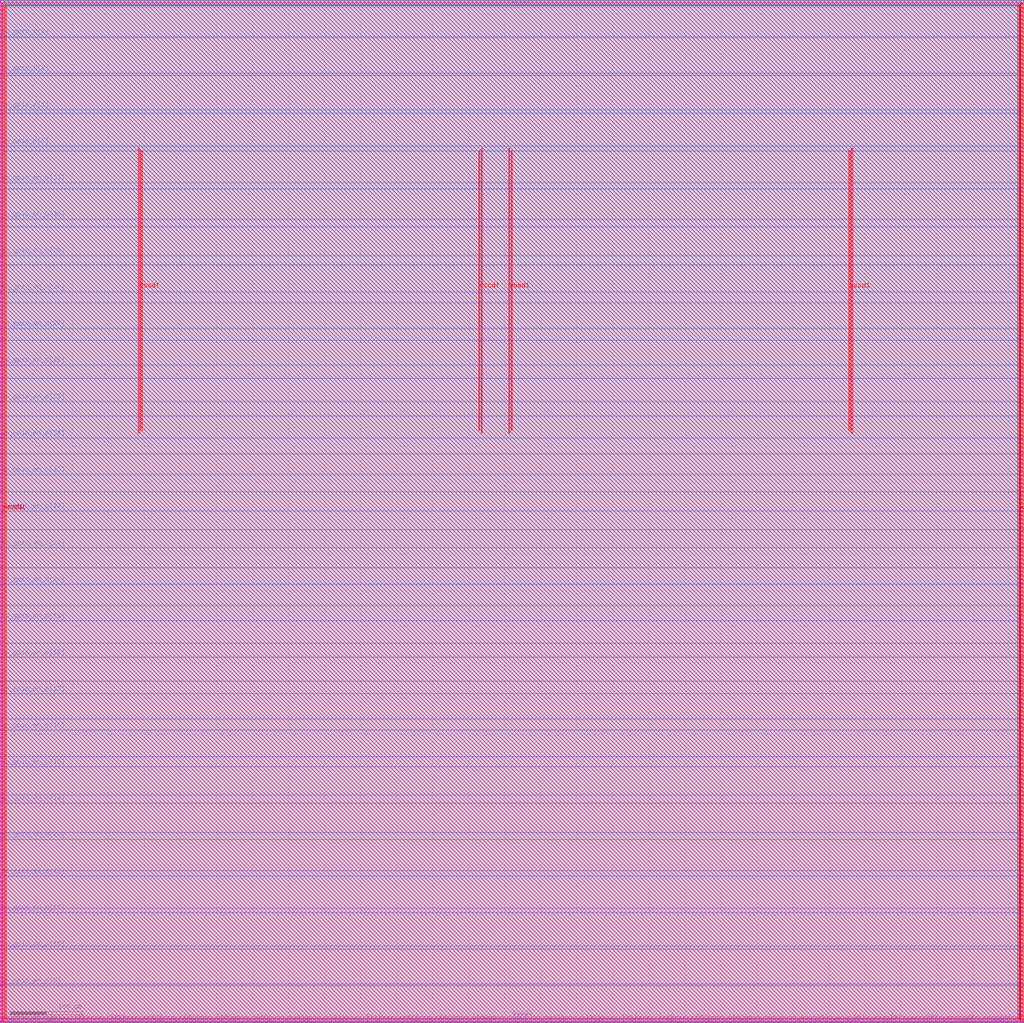
<source format=lef>
##
## LEF for PtnCells ;
## created by Innovus v20.10-p004_1 on Mon May 30 17:34:48 2022
##

VERSION 5.8 ;

BUSBITCHARS "[]" ;
DIVIDERCHAR "/" ;

MACRO Caravel_Top
  CLASS BLOCK ;
  SIZE 1420.020000 BY 1419.840000 ;
  FOREIGN Caravel_Top 0.000000 0.000000 ;
  ORIGIN 0 0 ;
  SYMMETRY X Y R90 ;
  PIN clock
    DIRECTION INPUT ;
    USE SIGNAL ;
    ANTENNAPARTIALCUTAREA 0.0289 LAYER mcon  ;
    ANTENNAPARTIALMETALAREA 0.1217 LAYER met1  ;
    ANTENNAPARTIALMETALSIDEAREA 0.5985 LAYER met1  ;
    ANTENNAPARTIALCUTAREA 0.0225 LAYER via  ;
    ANTENNAPARTIALMETALAREA 91.9981 LAYER met2  ;
    ANTENNAPARTIALMETALSIDEAREA 459.819 LAYER met2  ;
    ANTENNAPARTIALCUTAREA 0.04 LAYER via2  ;
    ANTENNAPARTIALMETALAREA 115.837 LAYER met3  ;
    ANTENNAPARTIALMETALSIDEAREA 618.264 LAYER met3  ;
    ANTENNAPARTIALCUTAREA 0.04 LAYER via3  ;
    ANTENNAPARTIALMETALAREA 2.9322 LAYER met4  ;
    ANTENNAPARTIALMETALSIDEAREA 19.872 LAYER met4  ;
    ANTENNAMODEL OXIDE1 ;
    ANTENNAGATEAREA 2.13 LAYER met4  ;
    ANTENNAMAXAREACAR 77.7541 LAYER met4  ;
    ANTENNAMAXSIDEAREACAR 406.6 LAYER met4  ;
    ANTENNAMAXCUTCAR 0.402347 LAYER via4  ;
    PORT
      LAYER li1 ;
        RECT 0.145000 1419.510000 0.315000 1419.840000 ;
    END
  END clock
  PIN reset
    DIRECTION INPUT ;
    USE SIGNAL ;
    ANTENNAPARTIALMETALAREA 0.44965 LAYER li1  ;
    ANTENNAPARTIALMETALSIDEAREA 0.529 LAYER li1  ;
    ANTENNAPARTIALCUTAREA 0.0289 LAYER mcon  ;
    ANTENNAPARTIALMETALAREA 191.985 LAYER met1  ;
    ANTENNAPARTIALMETALSIDEAREA 959.809 LAYER met1  ;
    ANTENNAPARTIALCUTAREA 0.0225 LAYER via  ;
    ANTENNAPARTIALMETALAREA 84.9561 LAYER met2  ;
    ANTENNAPARTIALMETALSIDEAREA 424.609 LAYER met2  ;
    ANTENNAPARTIALCUTAREA 0.04 LAYER via2  ;
    ANTENNAPARTIALMETALAREA 0.255 LAYER met3  ;
    ANTENNAPARTIALMETALSIDEAREA 1.808 LAYER met3  ;
    ANTENNAPARTIALCUTAREA 0.04 LAYER via3  ;
    ANTENNAPARTIALMETALAREA 25.5396 LAYER met4  ;
    ANTENNAPARTIALMETALSIDEAREA 137.152 LAYER met4  ;
    ANTENNAMODEL OXIDE1 ;
    ANTENNAGATEAREA 2.832 LAYER met4  ;
    ANTENNAMAXAREACAR 91.1497 LAYER met4  ;
    ANTENNAMAXSIDEAREACAR 473.765 LAYER met4  ;
    ANTENNAMAXCUTCAR 0.809397 LAYER via4  ;
    PORT
      LAYER li1 ;
        RECT 1419.705000 1419.510000 1419.875000 1419.840000 ;
    END
  END reset
  PIN io_gpio_o[31]
    DIRECTION OUTPUT ;
    USE SIGNAL ;
    ANTENNAPARTIALMETALAREA 1.89465 LAYER li1  ;
    ANTENNAPARTIALMETALSIDEAREA 2.229 LAYER li1  ;
    ANTENNAPARTIALCUTAREA 0.0289 LAYER mcon  ;
    ANTENNAPARTIALMETALAREA 0.1217 LAYER met1  ;
    ANTENNAPARTIALMETALSIDEAREA 0.5985 LAYER met1  ;
    ANTENNAPARTIALCUTAREA 0.0225 LAYER via  ;
    ANTENNAPARTIALMETALAREA 57.6447 LAYER met2  ;
    ANTENNAPARTIALMETALSIDEAREA 287.935 LAYER met2  ;
    ANTENNAPARTIALCUTAREA 0.04 LAYER via2  ;
    ANTENNAPARTIALMETALAREA 0.676 LAYER met3  ;
    ANTENNAPARTIALMETALSIDEAREA 4.072 LAYER met3  ;
    ANTENNAPARTIALCUTAREA 0.04 LAYER via3  ;
    ANTENNADIFFAREA 0.7952 LAYER met4  ;
    ANTENNAPARTIALMETALAREA 58.1538 LAYER met4  ;
    ANTENNAPARTIALMETALSIDEAREA 310.624 LAYER met4  ;
    PORT
      LAYER li1 ;
        RECT 1368.645000 1419.510000 1368.815000 1419.840000 ;
    END
  END io_gpio_o[31]
  PIN io_gpio_o[30]
    DIRECTION OUTPUT ;
    USE SIGNAL ;
    ANTENNAPARTIALMETALAREA 1.89465 LAYER li1  ;
    ANTENNAPARTIALMETALSIDEAREA 2.229 LAYER li1  ;
    ANTENNAPARTIALCUTAREA 0.0289 LAYER mcon  ;
    ANTENNAPARTIALMETALAREA 0.1217 LAYER met1  ;
    ANTENNAPARTIALMETALSIDEAREA 0.5985 LAYER met1  ;
    ANTENNAPARTIALCUTAREA 0.0225 LAYER via  ;
    ANTENNAPARTIALMETALAREA 31.8021 LAYER met2  ;
    ANTENNAPARTIALMETALSIDEAREA 158.721 LAYER met2  ;
    ANTENNAPARTIALCUTAREA 0.04 LAYER via2  ;
    ANTENNADIFFAREA 0.891 LAYER met3  ;
    ANTENNAPARTIALMETALAREA 34.5936 LAYER met3  ;
    ANTENNAPARTIALMETALSIDEAREA 185.44 LAYER met3  ;
    ANTENNAMODEL OXIDE1 ;
    ANTENNAGATEAREA 0.99 LAYER met3  ;
    ANTENNAMAXAREACAR 43.5263 LAYER met3  ;
    ANTENNAMAXSIDEAREACAR 227.499 LAYER met3  ;
    ANTENNAMAXCUTCAR 0.369293 LAYER via3  ;
    PORT
      LAYER li1 ;
        RECT 1318.045000 1419.510000 1318.215000 1419.840000 ;
    END
  END io_gpio_o[30]
  PIN io_gpio_o[29]
    DIRECTION OUTPUT ;
    USE SIGNAL ;
    ANTENNAPARTIALMETALAREA 0.75905 LAYER li1  ;
    ANTENNAPARTIALMETALSIDEAREA 0.893 LAYER li1  ;
    ANTENNAPARTIALCUTAREA 0.0289 LAYER mcon  ;
    ANTENNAPARTIALMETALAREA 70.3816 LAYER met1  ;
    ANTENNAPARTIALMETALSIDEAREA 351.831 LAYER met1  ;
    ANTENNAPARTIALCUTAREA 0.0225 LAYER via  ;
    ANTENNAPARTIALMETALAREA 26.9709 LAYER met2  ;
    ANTENNAPARTIALMETALSIDEAREA 134.684 LAYER met2  ;
    ANTENNAPARTIALCUTAREA 0.04 LAYER via2  ;
    ANTENNAPARTIALMETALAREA 26.275 LAYER met3  ;
    ANTENNAPARTIALMETALSIDEAREA 140.6 LAYER met3  ;
    ANTENNAPARTIALCUTAREA 0.04 LAYER via3  ;
    ANTENNADIFFAREA 0.7952 LAYER met4  ;
    ANTENNAPARTIALMETALAREA 127.559 LAYER met4  ;
    ANTENNAPARTIALMETALSIDEAREA 680.784 LAYER met4  ;
    ANTENNAMODEL OXIDE1 ;
    ANTENNAGATEAREA 0.99 LAYER met4  ;
    ANTENNAMAXAREACAR 195.178 LAYER met4  ;
    ANTENNAMAXSIDEAREACAR 1034.02 LAYER met4  ;
    ANTENNAMAXCUTCAR 0.500606 LAYER via4  ;
    PORT
      LAYER li1 ;
        RECT 1267.445000 1419.510000 1267.615000 1419.840000 ;
    END
  END io_gpio_o[29]
  PIN io_gpio_o[28]
    DIRECTION OUTPUT ;
    USE SIGNAL ;
    ANTENNAPARTIALMETALAREA 1.89465 LAYER li1  ;
    ANTENNAPARTIALMETALSIDEAREA 2.229 LAYER li1  ;
    ANTENNAPARTIALCUTAREA 0.0289 LAYER mcon  ;
    ANTENNAPARTIALMETALAREA 0.236 LAYER met1  ;
    ANTENNAPARTIALMETALSIDEAREA 1.1025 LAYER met1  ;
    ANTENNAPARTIALCUTAREA 0.0225 LAYER via  ;
    ANTENNAPARTIALMETALAREA 25.7527 LAYER met2  ;
    ANTENNAPARTIALMETALSIDEAREA 128.475 LAYER met2  ;
    ANTENNAPARTIALCUTAREA 0.04 LAYER via2  ;
    ANTENNAPARTIALMETALAREA 1.918 LAYER met3  ;
    ANTENNAPARTIALMETALSIDEAREA 10.696 LAYER met3  ;
    ANTENNAPARTIALCUTAREA 0.04 LAYER via3  ;
    ANTENNADIFFAREA 0.891 LAYER met4  ;
    ANTENNAPARTIALMETALAREA 131.012 LAYER met4  ;
    ANTENNAPARTIALMETALSIDEAREA 699.2 LAYER met4  ;
    PORT
      LAYER li1 ;
        RECT 1216.845000 1419.510000 1217.015000 1419.840000 ;
    END
  END io_gpio_o[28]
  PIN io_gpio_o[27]
    DIRECTION OUTPUT ;
    USE SIGNAL ;
    ANTENNAPARTIALMETALAREA 0.41225 LAYER li1  ;
    ANTENNAPARTIALMETALSIDEAREA 0.485 LAYER li1  ;
    ANTENNAPARTIALCUTAREA 0.0289 LAYER mcon  ;
    ANTENNAPARTIALMETALAREA 67.324 LAYER met1  ;
    ANTENNAPARTIALMETALSIDEAREA 336.543 LAYER met1  ;
    ANTENNAPARTIALCUTAREA 0.0225 LAYER via  ;
    ANTENNAPARTIALMETALAREA 87.5097 LAYER met2  ;
    ANTENNAPARTIALMETALSIDEAREA 437.378 LAYER met2  ;
    ANTENNAPARTIALCUTAREA 0.04 LAYER via2  ;
    ANTENNAPARTIALMETALAREA 10.033 LAYER met3  ;
    ANTENNAPARTIALMETALSIDEAREA 53.976 LAYER met3  ;
    ANTENNAPARTIALCUTAREA 0.04 LAYER via3  ;
    ANTENNADIFFAREA 0.891 LAYER met4  ;
    ANTENNAPARTIALMETALAREA 15.5868 LAYER met4  ;
    ANTENNAPARTIALMETALSIDEAREA 83.6 LAYER met4  ;
    PORT
      LAYER li1 ;
        RECT 1165.785000 1419.510000 1165.955000 1419.840000 ;
    END
  END io_gpio_o[27]
  PIN io_gpio_o[26]
    DIRECTION OUTPUT ;
    USE SIGNAL ;
    ANTENNAPARTIALCUTAREA 0.0289 LAYER mcon  ;
    ANTENNAPARTIALMETALAREA 60.0944 LAYER met1  ;
    ANTENNAPARTIALMETALSIDEAREA 300.395 LAYER met1  ;
    ANTENNAPARTIALCUTAREA 0.0225 LAYER via  ;
    ANTENNAPARTIALMETALAREA 82.7285 LAYER met2  ;
    ANTENNAPARTIALMETALSIDEAREA 413.354 LAYER met2  ;
    ANTENNAPARTIALCUTAREA 0.04 LAYER via2  ;
    ANTENNAPARTIALMETALAREA 2.953 LAYER met3  ;
    ANTENNAPARTIALMETALSIDEAREA 16.216 LAYER met3  ;
    ANTENNAPARTIALCUTAREA 0.04 LAYER via3  ;
    ANTENNADIFFAREA 0.7952 LAYER met4  ;
    ANTENNAPARTIALMETALAREA 30.6876 LAYER met4  ;
    ANTENNAPARTIALMETALSIDEAREA 164.608 LAYER met4  ;
    ANTENNAMODEL OXIDE1 ;
    ANTENNAGATEAREA 0.99 LAYER met4  ;
    ANTENNAMAXAREACAR 75.0334 LAYER met4  ;
    ANTENNAMAXSIDEAREACAR 391.317 LAYER met4  ;
    ANTENNAMAXCUTCAR 0.379394 LAYER via4  ;
    PORT
      LAYER li1 ;
        RECT 1115.185000 1419.510000 1115.355000 1419.840000 ;
    END
  END io_gpio_o[26]
  PIN io_gpio_o[25]
    DIRECTION OUTPUT ;
    USE SIGNAL ;
    ANTENNAPARTIALMETALAREA 0.56525 LAYER li1  ;
    ANTENNAPARTIALMETALSIDEAREA 0.665 LAYER li1  ;
    ANTENNAPARTIALCUTAREA 0.0289 LAYER mcon  ;
    ANTENNAPARTIALMETALAREA 52.848 LAYER met1  ;
    ANTENNAPARTIALMETALSIDEAREA 264.163 LAYER met1  ;
    ANTENNAPARTIALCUTAREA 0.0225 LAYER via  ;
    ANTENNAPARTIALMETALAREA 70.2083 LAYER met2  ;
    ANTENNAPARTIALMETALSIDEAREA 350.753 LAYER met2  ;
    ANTENNAPARTIALCUTAREA 0.04 LAYER via2  ;
    ANTENNAPARTIALMETALAREA 0.745 LAYER met3  ;
    ANTENNAPARTIALMETALSIDEAREA 4.44 LAYER met3  ;
    ANTENNAPARTIALCUTAREA 0.04 LAYER via3  ;
    ANTENNADIFFAREA 0.7952 LAYER met4  ;
    ANTENNAPARTIALMETALAREA 49.8306 LAYER met4  ;
    ANTENNAPARTIALMETALSIDEAREA 266.704 LAYER met4  ;
    ANTENNAMODEL OXIDE1 ;
    ANTENNAGATEAREA 0.99 LAYER met4  ;
    ANTENNAMAXAREACAR 84.8703 LAYER met4  ;
    ANTENNAMAXSIDEAREACAR 447.539 LAYER met4  ;
    ANTENNAMAXCUTCAR 0.500606 LAYER via4  ;
    PORT
      LAYER li1 ;
        RECT 1064.585000 1419.510000 1064.755000 1419.840000 ;
    END
  END io_gpio_o[25]
  PIN io_gpio_o[24]
    DIRECTION OUTPUT ;
    USE SIGNAL ;
    ANTENNAPARTIALMETALAREA 0.81685 LAYER li1  ;
    ANTENNAPARTIALMETALSIDEAREA 0.961 LAYER li1  ;
    ANTENNAPARTIALCUTAREA 0.0289 LAYER mcon  ;
    ANTENNAPARTIALMETALAREA 46.73 LAYER met1  ;
    ANTENNAPARTIALMETALSIDEAREA 233.572 LAYER met1  ;
    ANTENNAPARTIALCUTAREA 0.0225 LAYER via  ;
    ANTENNAPARTIALMETALAREA 25.6276 LAYER met2  ;
    ANTENNAPARTIALMETALSIDEAREA 127.967 LAYER met2  ;
    ANTENNAPARTIALCUTAREA 0.04 LAYER via2  ;
    ANTENNAPARTIALMETALAREA 0.469 LAYER met3  ;
    ANTENNAPARTIALMETALSIDEAREA 2.968 LAYER met3  ;
    ANTENNAPARTIALCUTAREA 0.04 LAYER via3  ;
    ANTENNADIFFAREA 0.7952 LAYER met4  ;
    ANTENNAPARTIALMETALAREA 136.001 LAYER met4  ;
    ANTENNAPARTIALMETALSIDEAREA 725.808 LAYER met4  ;
    PORT
      LAYER li1 ;
        RECT 1013.985000 1419.510000 1014.155000 1419.840000 ;
    END
  END io_gpio_o[24]
  PIN io_gpio_o[23]
    DIRECTION OUTPUT ;
    USE SIGNAL ;
    ANTENNAPARTIALMETALAREA 0.87465 LAYER li1  ;
    ANTENNAPARTIALMETALSIDEAREA 1.029 LAYER li1  ;
    ANTENNAPARTIALCUTAREA 0.0289 LAYER mcon  ;
    ANTENNAPARTIALMETALAREA 64.2132 LAYER met1  ;
    ANTENNAPARTIALMETALSIDEAREA 320.989 LAYER met1  ;
    ANTENNAPARTIALCUTAREA 0.0225 LAYER via  ;
    ANTENNAPARTIALMETALAREA 87.3933 LAYER met2  ;
    ANTENNAPARTIALMETALSIDEAREA 436.677 LAYER met2  ;
    ANTENNAPARTIALCUTAREA 0.04 LAYER via2  ;
    ANTENNAPARTIALMETALAREA 12.448 LAYER met3  ;
    ANTENNAPARTIALMETALSIDEAREA 66.856 LAYER met3  ;
    ANTENNAPARTIALCUTAREA 0.04 LAYER via3  ;
    ANTENNADIFFAREA 0.7952 LAYER met4  ;
    ANTENNAPARTIALMETALAREA 35.4936 LAYER met4  ;
    ANTENNAPARTIALMETALSIDEAREA 190.24 LAYER met4  ;
    ANTENNAMODEL OXIDE1 ;
    ANTENNAGATEAREA 0.99 LAYER met4  ;
    ANTENNAMAXAREACAR 126.457 LAYER met4  ;
    ANTENNAMAXSIDEAREACAR 671.088 LAYER met4  ;
    ANTENNAMAXCUTCAR 0.621818 LAYER via4  ;
    PORT
      LAYER li1 ;
        RECT 963.385000 1419.510000 963.555000 1419.840000 ;
    END
  END io_gpio_o[23]
  PIN io_gpio_o[22]
    DIRECTION OUTPUT ;
    USE SIGNAL ;
    ANTENNAPARTIALMETALAREA 0.27625 LAYER li1  ;
    ANTENNAPARTIALMETALSIDEAREA 0.325 LAYER li1  ;
    ANTENNAPARTIALCUTAREA 0.0289 LAYER mcon  ;
    ANTENNAPARTIALMETALAREA 49.838 LAYER met1  ;
    ANTENNAPARTIALMETALSIDEAREA 249.113 LAYER met1  ;
    ANTENNAPARTIALCUTAREA 0.0225 LAYER via  ;
    ANTENNAPARTIALMETALAREA 86.0507 LAYER met2  ;
    ANTENNAPARTIALMETALSIDEAREA 429.965 LAYER met2  ;
    ANTENNAPARTIALCUTAREA 0.04 LAYER via2  ;
    ANTENNAPARTIALMETALAREA 31.333 LAYER met3  ;
    ANTENNAPARTIALMETALSIDEAREA 167.576 LAYER met3  ;
    ANTENNAPARTIALCUTAREA 0.04 LAYER via3  ;
    ANTENNADIFFAREA 0.7952 LAYER met4  ;
    ANTENNAPARTIALMETALAREA 44.0466 LAYER met4  ;
    ANTENNAPARTIALMETALSIDEAREA 235.856 LAYER met4  ;
    ANTENNAMODEL OXIDE1 ;
    ANTENNAGATEAREA 0.99 LAYER met4  ;
    ANTENNAMAXAREACAR 95.9473 LAYER met4  ;
    ANTENNAMAXSIDEAREACAR 508.187 LAYER met4  ;
    ANTENNAMAXCUTCAR 0.54101 LAYER via4  ;
    PORT
      LAYER li1 ;
        RECT 912.325000 1419.510000 912.495000 1419.840000 ;
    END
  END io_gpio_o[22]
  PIN io_gpio_o[21]
    DIRECTION OUTPUT ;
    USE SIGNAL ;
    ANTENNAPARTIALMETALAREA 0.85765 LAYER li1  ;
    ANTENNAPARTIALMETALSIDEAREA 1.009 LAYER li1  ;
    ANTENNAPARTIALCUTAREA 0.0289 LAYER mcon  ;
    ANTENNAPARTIALMETALAREA 25.6572 LAYER met1  ;
    ANTENNAPARTIALMETALSIDEAREA 128.208 LAYER met1  ;
    ANTENNAPARTIALCUTAREA 0.0225 LAYER via  ;
    ANTENNAPARTIALMETALAREA 86.6767 LAYER met2  ;
    ANTENNAPARTIALMETALSIDEAREA 433.213 LAYER met2  ;
    ANTENNAPARTIALCUTAREA 0.04 LAYER via2  ;
    ANTENNAPARTIALMETALAREA 1.159 LAYER met3  ;
    ANTENNAPARTIALMETALSIDEAREA 6.648 LAYER met3  ;
    ANTENNAPARTIALCUTAREA 0.04 LAYER via3  ;
    ANTENNADIFFAREA 0.3834 LAYER met4  ;
    ANTENNAPARTIALMETALAREA 21.6738 LAYER met4  ;
    ANTENNAPARTIALMETALSIDEAREA 116.064 LAYER met4  ;
    PORT
      LAYER li1 ;
        RECT 861.725000 1419.510000 861.895000 1419.840000 ;
    END
  END io_gpio_o[21]
  PIN io_gpio_o[20]
    DIRECTION OUTPUT ;
    USE SIGNAL ;
    ANTENNAPARTIALMETALAREA 0.93245 LAYER li1  ;
    ANTENNAPARTIALMETALSIDEAREA 1.097 LAYER li1  ;
    ANTENNAPARTIALCUTAREA 0.0289 LAYER mcon  ;
    ANTENNAPARTIALMETALAREA 17.981 LAYER met1  ;
    ANTENNAPARTIALMETALSIDEAREA 89.8275 LAYER met1  ;
    ANTENNAPARTIALCUTAREA 0.0225 LAYER via  ;
    ANTENNAPARTIALMETALAREA 86.0075 LAYER met2  ;
    ANTENNAPARTIALMETALSIDEAREA 429.866 LAYER met2  ;
    ANTENNAPARTIALCUTAREA 0.04 LAYER via2  ;
    ANTENNAPARTIALMETALAREA 1.366 LAYER met3  ;
    ANTENNAPARTIALMETALSIDEAREA 7.752 LAYER met3  ;
    ANTENNAPARTIALCUTAREA 0.04 LAYER via3  ;
    ANTENNADIFFAREA 0.3834 LAYER met4  ;
    ANTENNAPARTIALMETALAREA 23.4558 LAYER met4  ;
    ANTENNAPARTIALMETALSIDEAREA 125.568 LAYER met4  ;
    PORT
      LAYER li1 ;
        RECT 811.125000 1419.510000 811.295000 1419.840000 ;
    END
  END io_gpio_o[20]
  PIN io_gpio_o[19]
    DIRECTION OUTPUT ;
    USE SIGNAL ;
    ANTENNAPARTIALMETALAREA 0.58565 LAYER li1  ;
    ANTENNAPARTIALMETALSIDEAREA 0.689 LAYER li1  ;
    ANTENNAPARTIALCUTAREA 0.0289 LAYER mcon  ;
    ANTENNAPARTIALMETALAREA 7.1744 LAYER met1  ;
    ANTENNAPARTIALMETALSIDEAREA 35.7945 LAYER met1  ;
    ANTENNAPARTIALCUTAREA 0.0225 LAYER via  ;
    ANTENNAPARTIALMETALAREA 27.7115 LAYER met2  ;
    ANTENNAPARTIALMETALSIDEAREA 138.386 LAYER met2  ;
    ANTENNAPARTIALCUTAREA 0.04 LAYER via2  ;
    ANTENNAPARTIALMETALAREA 2.194 LAYER met3  ;
    ANTENNAPARTIALMETALSIDEAREA 12.168 LAYER met3  ;
    ANTENNAPARTIALCUTAREA 0.04 LAYER via3  ;
    ANTENNADIFFAREA 0.3834 LAYER met4  ;
    ANTENNAPARTIALMETALAREA 150.115 LAYER met4  ;
    ANTENNAPARTIALMETALSIDEAREA 801.552 LAYER met4  ;
    PORT
      LAYER li1 ;
        RECT 760.525000 1419.510000 760.695000 1419.840000 ;
    END
  END io_gpio_o[19]
  PIN io_gpio_o[18]
    DIRECTION OUTPUT ;
    USE SIGNAL ;
    ANTENNAPARTIALMETALAREA 0.21845 LAYER li1  ;
    ANTENNAPARTIALMETALSIDEAREA 0.257 LAYER li1  ;
    ANTENNAPARTIALCUTAREA 0.0289 LAYER mcon  ;
    ANTENNAPARTIALMETALAREA 7.1912 LAYER met1  ;
    ANTENNAPARTIALMETALSIDEAREA 35.8785 LAYER met1  ;
    ANTENNAPARTIALCUTAREA 0.0225 LAYER via  ;
    ANTENNAPARTIALMETALAREA 26.8393 LAYER met2  ;
    ANTENNAPARTIALMETALSIDEAREA 134.025 LAYER met2  ;
    ANTENNAPARTIALCUTAREA 0.04 LAYER via2  ;
    ANTENNAPARTIALMETALAREA 20.065 LAYER met3  ;
    ANTENNAPARTIALMETALSIDEAREA 107.48 LAYER met3  ;
    ANTENNAPARTIALCUTAREA 0.04 LAYER via3  ;
    ANTENNADIFFAREA 0.7952 LAYER met4  ;
    ANTENNAPARTIALMETALAREA 159.015 LAYER met4  ;
    ANTENNAPARTIALMETALSIDEAREA 852.784 LAYER met4  ;
    ANTENNAMODEL OXIDE1 ;
    ANTENNAGATEAREA 0.99 LAYER met4  ;
    ANTENNAMAXAREACAR 244.267 LAYER met4  ;
    ANTENNAMAXSIDEAREACAR 1302.94 LAYER met4  ;
    ANTENNAMAXCUTCAR 0.692525 LAYER via4  ;
    PORT
      LAYER li1 ;
        RECT 709.925000 1419.510000 710.095000 1419.840000 ;
    END
  END io_gpio_o[18]
  PIN io_gpio_o[17]
    DIRECTION OUTPUT ;
    USE SIGNAL ;
    ANTENNAPARTIALMETALAREA 0.47005 LAYER li1  ;
    ANTENNAPARTIALMETALSIDEAREA 0.553 LAYER li1  ;
    ANTENNAPARTIALCUTAREA 0.0289 LAYER mcon  ;
    ANTENNAPARTIALMETALAREA 21.4068 LAYER met1  ;
    ANTENNAPARTIALMETALSIDEAREA 106.957 LAYER met1  ;
    ANTENNAPARTIALCUTAREA 0.0225 LAYER via  ;
    ANTENNAPARTIALMETALAREA 28.8243 LAYER met2  ;
    ANTENNAPARTIALMETALSIDEAREA 143.832 LAYER met2  ;
    ANTENNAPARTIALCUTAREA 0.04 LAYER via2  ;
    ANTENNAPARTIALMETALAREA 0.4 LAYER met3  ;
    ANTENNAPARTIALMETALSIDEAREA 2.6 LAYER met3  ;
    ANTENNAPARTIALCUTAREA 0.04 LAYER via3  ;
    ANTENNADIFFAREA 0.7952 LAYER met4  ;
    ANTENNAPARTIALMETALAREA 16.9548 LAYER met4  ;
    ANTENNAPARTIALMETALSIDEAREA 90.896 LAYER met4  ;
    PORT
      LAYER li1 ;
        RECT 658.865000 1419.510000 659.035000 1419.840000 ;
    END
  END io_gpio_o[17]
  PIN io_gpio_o[16]
    DIRECTION OUTPUT ;
    USE SIGNAL ;
    ANTENNAPARTIALMETALAREA 0.10285 LAYER li1  ;
    ANTENNAPARTIALMETALSIDEAREA 0.121 LAYER li1  ;
    ANTENNAPARTIALCUTAREA 0.0289 LAYER mcon  ;
    ANTENNAPARTIALMETALAREA 35.8772 LAYER met1  ;
    ANTENNAPARTIALMETALSIDEAREA 179.309 LAYER met1  ;
    ANTENNAPARTIALCUTAREA 0.0225 LAYER via  ;
    ANTENNAPARTIALMETALAREA 27.2761 LAYER met2  ;
    ANTENNAPARTIALMETALSIDEAREA 136.21 LAYER met2  ;
    ANTENNAPARTIALCUTAREA 0.04 LAYER via2  ;
    ANTENNAPARTIALMETALAREA 51.985 LAYER met3  ;
    ANTENNAPARTIALMETALSIDEAREA 277.72 LAYER met3  ;
    ANTENNAPARTIALCUTAREA 0.04 LAYER via3  ;
    ANTENNADIFFAREA 0.7952 LAYER met4  ;
    ANTENNAPARTIALMETALAREA 152.797 LAYER met4  ;
    ANTENNAPARTIALMETALSIDEAREA 815.856 LAYER met4  ;
    ANTENNAMODEL OXIDE1 ;
    ANTENNAGATEAREA 0.99 LAYER met4  ;
    ANTENNAMAXAREACAR 218.267 LAYER met4  ;
    ANTENNAMAXSIDEAREACAR 1154.25 LAYER met4  ;
    ANTENNAMAXCUTCAR 0.446734 LAYER via4  ;
    PORT
      LAYER li1 ;
        RECT 608.265000 1419.510000 608.435000 1419.840000 ;
    END
  END io_gpio_o[16]
  PIN io_gpio_o[15]
    DIRECTION OUTPUT ;
    USE SIGNAL ;
    ANTENNAPARTIALMETALAREA 0.83725 LAYER li1  ;
    ANTENNAPARTIALMETALSIDEAREA 0.985 LAYER li1  ;
    ANTENNAPARTIALCUTAREA 0.0289 LAYER mcon  ;
    ANTENNAPARTIALMETALAREA 19.458 LAYER met1  ;
    ANTENNAPARTIALMETALSIDEAREA 97.2125 LAYER met1  ;
    ANTENNAPARTIALCUTAREA 0.0225 LAYER via  ;
    ANTENNADIFFAREA 0.3834 LAYER met2  ;
    ANTENNAPARTIALMETALAREA 72.8544 LAYER met2  ;
    ANTENNAPARTIALMETALSIDEAREA 364.154 LAYER met2  ;
    PORT
      LAYER li1 ;
        RECT 557.665000 1419.510000 557.835000 1419.840000 ;
    END
  END io_gpio_o[15]
  PIN io_gpio_o[14]
    DIRECTION OUTPUT ;
    USE SIGNAL ;
    ANTENNAPARTIALMETALAREA 0.44965 LAYER li1  ;
    ANTENNAPARTIALMETALSIDEAREA 0.529 LAYER li1  ;
    ANTENNAPARTIALCUTAREA 0.0289 LAYER mcon  ;
    ANTENNAPARTIALMETALAREA 26.465 LAYER met1  ;
    ANTENNAPARTIALMETALSIDEAREA 132.247 LAYER met1  ;
    ANTENNAPARTIALCUTAREA 0.0225 LAYER via  ;
    ANTENNAPARTIALMETALAREA 64.5203 LAYER met2  ;
    ANTENNAPARTIALMETALSIDEAREA 322.43 LAYER met2  ;
    ANTENNAPARTIALCUTAREA 0.04 LAYER via2  ;
    ANTENNAPARTIALMETALAREA 1.435 LAYER met3  ;
    ANTENNAPARTIALMETALSIDEAREA 8.12 LAYER met3  ;
    ANTENNAPARTIALCUTAREA 0.04 LAYER via3  ;
    ANTENNADIFFAREA 0.7952 LAYER met4  ;
    ANTENNAPARTIALMETALAREA 48.2958 LAYER met4  ;
    ANTENNAPARTIALMETALSIDEAREA 258.048 LAYER met4  ;
    ANTENNAMODEL OXIDE1 ;
    ANTENNAGATEAREA 0.7425 LAYER met4  ;
    ANTENNAMAXAREACAR 148.195 LAYER met4  ;
    ANTENNAMAXSIDEAREACAR 783.508 LAYER met4  ;
    ANTENNAMAXCUTCAR 0.584781 LAYER via4  ;
    PORT
      LAYER li1 ;
        RECT 507.065000 1419.510000 507.235000 1419.840000 ;
    END
  END io_gpio_o[14]
  PIN io_gpio_o[13]
    DIRECTION OUTPUT ;
    USE SIGNAL ;
    ANTENNAPARTIALMETALAREA 1.89465 LAYER li1  ;
    ANTENNAPARTIALMETALSIDEAREA 2.229 LAYER li1  ;
    ANTENNAPARTIALCUTAREA 0.0289 LAYER mcon  ;
    ANTENNAPARTIALMETALAREA 0.1217 LAYER met1  ;
    ANTENNAPARTIALMETALSIDEAREA 0.5985 LAYER met1  ;
    ANTENNAPARTIALCUTAREA 0.0225 LAYER via  ;
    ANTENNADIFFAREA 0.7952 LAYER met2  ;
    ANTENNAPARTIALMETALAREA 33.0264 LAYER met2  ;
    ANTENNAPARTIALMETALSIDEAREA 164.542 LAYER met2  ;
    ANTENNAMODEL OXIDE1 ;
    ANTENNAGATEAREA 0.7425 LAYER met2  ;
    ANTENNAMAXAREACAR 48.2051 LAYER met2  ;
    ANTENNAMAXSIDEAREACAR 238.02 LAYER met2  ;
    ANTENNAMAXCUTCAR 0.298586 LAYER via2  ;
    PORT
      LAYER li1 ;
        RECT 456.005000 1419.510000 456.175000 1419.840000 ;
    END
  END io_gpio_o[13]
  PIN io_gpio_o[12]
    DIRECTION OUTPUT ;
    USE SIGNAL ;
    ANTENNAPARTIALMETALAREA 0.16065 LAYER li1  ;
    ANTENNAPARTIALMETALSIDEAREA 0.189 LAYER li1  ;
    ANTENNAPARTIALCUTAREA 0.0289 LAYER mcon  ;
    ANTENNAPARTIALMETALAREA 92.566 LAYER met1  ;
    ANTENNAPARTIALMETALSIDEAREA 462.753 LAYER met1  ;
    ANTENNAPARTIALCUTAREA 0.0225 LAYER via  ;
    ANTENNAPARTIALMETALAREA 0.3275 LAYER met2  ;
    ANTENNAPARTIALMETALSIDEAREA 1.4665 LAYER met2  ;
    ANTENNAPARTIALCUTAREA 0.04 LAYER via2  ;
    ANTENNAPARTIALMETALAREA 0.26895 LAYER met3  ;
    ANTENNAPARTIALMETALSIDEAREA 1.832 LAYER met3  ;
    ANTENNAPARTIALCUTAREA 0.04 LAYER via3  ;
    ANTENNADIFFAREA 1.2299 LAYER met4  ;
    ANTENNAPARTIALMETALAREA 25.2444 LAYER met4  ;
    ANTENNAPARTIALMETALSIDEAREA 136.048 LAYER met4  ;
    ANTENNAMODEL OXIDE1 ;
    ANTENNAGATEAREA 0.7425 LAYER met4  ;
    ANTENNAMAXAREACAR 152.422 LAYER met4  ;
    ANTENNAMAXSIDEAREACAR 746.03 LAYER met4  ;
    ANTENNAMAXCUTCAR 0.584781 LAYER via4  ;
    PORT
      LAYER li1 ;
        RECT 405.405000 1419.510000 405.575000 1419.840000 ;
    END
  END io_gpio_o[12]
  PIN io_gpio_o[11]
    DIRECTION OUTPUT ;
    USE SIGNAL ;
    ANTENNAPARTIALMETALAREA 0.21845 LAYER li1  ;
    ANTENNAPARTIALMETALSIDEAREA 0.257 LAYER li1  ;
    ANTENNAPARTIALCUTAREA 0.0289 LAYER mcon  ;
    ANTENNAPARTIALMETALAREA 106.8 LAYER met1  ;
    ANTENNAPARTIALMETALSIDEAREA 533.886 LAYER met1  ;
    ANTENNAPARTIALCUTAREA 0.0225 LAYER via  ;
    ANTENNAPARTIALMETALAREA 25.9153 LAYER met2  ;
    ANTENNAPARTIALMETALSIDEAREA 129.406 LAYER met2  ;
    ANTENNAPARTIALCUTAREA 0.04 LAYER via2  ;
    ANTENNAPARTIALMETALAREA 23.446 LAYER met3  ;
    ANTENNAPARTIALMETALSIDEAREA 125.512 LAYER met3  ;
    ANTENNAPARTIALCUTAREA 0.04 LAYER via3  ;
    ANTENNADIFFAREA 0.7952 LAYER met4  ;
    ANTENNAPARTIALMETALAREA 151.164 LAYER met4  ;
    ANTENNAPARTIALMETALSIDEAREA 808.56 LAYER met4  ;
    ANTENNAMODEL OXIDE1 ;
    ANTENNAGATEAREA 0.7425 LAYER met4  ;
    ANTENNAMAXAREACAR 239.014 LAYER met4  ;
    ANTENNAMAXSIDEAREACAR 1274.23 LAYER met4  ;
    ANTENNAMAXCUTCAR 0.530909 LAYER via4  ;
    PORT
      LAYER li1 ;
        RECT 354.805000 1419.510000 354.975000 1419.840000 ;
    END
  END io_gpio_o[11]
  PIN io_gpio_o[10]
    DIRECTION OUTPUT ;
    USE SIGNAL ;
    ANTENNAPARTIALMETALAREA 0.85425 LAYER li1  ;
    ANTENNAPARTIALMETALSIDEAREA 1.005 LAYER li1  ;
    ANTENNAPARTIALCUTAREA 0.0289 LAYER mcon  ;
    ANTENNAPARTIALMETALAREA 125.345 LAYER met1  ;
    ANTENNAPARTIALMETALSIDEAREA 626.609 LAYER met1  ;
    ANTENNAPARTIALCUTAREA 0.0225 LAYER via  ;
    ANTENNADIFFAREA 0.3834 LAYER met2  ;
    ANTENNAPARTIALMETALAREA 95.348 LAYER met2  ;
    ANTENNAPARTIALMETALSIDEAREA 476.504 LAYER met2  ;
    PORT
      LAYER li1 ;
        RECT 304.205000 1419.510000 304.375000 1419.840000 ;
    END
  END io_gpio_o[10]
  PIN io_gpio_o[9]
    DIRECTION OUTPUT ;
    USE SIGNAL ;
    ANTENNAPARTIALMETALAREA 0.62305 LAYER li1  ;
    ANTENNAPARTIALMETALSIDEAREA 0.733 LAYER li1  ;
    ANTENNAPARTIALCUTAREA 0.0289 LAYER mcon  ;
    ANTENNAPARTIALMETALAREA 135.231 LAYER met1  ;
    ANTENNAPARTIALMETALSIDEAREA 676.042 LAYER met1  ;
    ANTENNAPARTIALCUTAREA 0.0225 LAYER via  ;
    ANTENNADIFFAREA 0.3834 LAYER met2  ;
    ANTENNAPARTIALMETALAREA 92.3704 LAYER met2  ;
    ANTENNAPARTIALMETALSIDEAREA 461.734 LAYER met2  ;
    PORT
      LAYER li1 ;
        RECT 253.605000 1419.510000 253.775000 1419.840000 ;
    END
  END io_gpio_o[9]
  PIN io_gpio_o[8]
    DIRECTION OUTPUT ;
    USE SIGNAL ;
    ANTENNAPARTIALCUTAREA 0.0289 LAYER mcon  ;
    ANTENNAPARTIALMETALAREA 143.041 LAYER met1  ;
    ANTENNAPARTIALMETALSIDEAREA 715.089 LAYER met1  ;
    ANTENNAPARTIALCUTAREA 0.0225 LAYER via  ;
    ANTENNADIFFAREA 0.3834 LAYER met2  ;
    ANTENNAPARTIALMETALAREA 88.6576 LAYER met2  ;
    ANTENNAPARTIALMETALSIDEAREA 443.17 LAYER met2  ;
    PORT
      LAYER li1 ;
        RECT 202.545000 1419.510000 202.715000 1419.840000 ;
    END
  END io_gpio_o[8]
  PIN io_gpio_o[7]
    DIRECTION OUTPUT ;
    USE SIGNAL ;
    ANTENNAPARTIALMETALAREA 0.33405 LAYER li1  ;
    ANTENNAPARTIALMETALSIDEAREA 0.393 LAYER li1  ;
    ANTENNAPARTIALCUTAREA 0.0289 LAYER mcon  ;
    ANTENNAPARTIALMETALAREA 163.811 LAYER met1  ;
    ANTENNAPARTIALMETALSIDEAREA 818.94 LAYER met1  ;
    ANTENNAPARTIALCUTAREA 0.0225 LAYER via  ;
    ANTENNAPARTIALMETALAREA 103.79 LAYER met2  ;
    ANTENNAPARTIALMETALSIDEAREA 518.781 LAYER met2  ;
    ANTENNAPARTIALCUTAREA 0.04 LAYER via2  ;
    ANTENNAPARTIALMETALAREA 141.226 LAYER met3  ;
    ANTENNAPARTIALMETALSIDEAREA 753.672 LAYER met3  ;
    ANTENNAPARTIALCUTAREA 0.04 LAYER via3  ;
    ANTENNADIFFAREA 0.7952 LAYER met4  ;
    ANTENNAPARTIALMETALAREA 1.8477 LAYER met4  ;
    ANTENNAPARTIALMETALSIDEAREA 10.32 LAYER met4  ;
    ANTENNAMODEL OXIDE1 ;
    ANTENNAGATEAREA 0.7425 LAYER met4  ;
    ANTENNAMAXAREACAR 35.6911 LAYER met4  ;
    ANTENNAMAXSIDEAREACAR 187.658 LAYER met4  ;
    ANTENNAMAXCUTCAR 0.530909 LAYER via4  ;
    PORT
      LAYER li1 ;
        RECT 151.945000 1419.510000 152.115000 1419.840000 ;
    END
  END io_gpio_o[7]
  PIN io_gpio_o[6]
    DIRECTION OUTPUT ;
    USE SIGNAL ;
    ANTENNAPARTIALMETALAREA 0.81685 LAYER li1  ;
    ANTENNAPARTIALMETALSIDEAREA 0.961 LAYER li1  ;
    ANTENNAPARTIALCUTAREA 0.0289 LAYER mcon  ;
    ANTENNAPARTIALMETALAREA 177.637 LAYER met1  ;
    ANTENNAPARTIALMETALSIDEAREA 888.073 LAYER met1  ;
    ANTENNAPARTIALCUTAREA 0.0225 LAYER via  ;
    ANTENNAPARTIALMETALAREA 103.554 LAYER met2  ;
    ANTENNAPARTIALMETALSIDEAREA 517.598 LAYER met2  ;
    ANTENNAPARTIALCUTAREA 0.04 LAYER via2  ;
    ANTENNAPARTIALMETALAREA 0.538 LAYER met3  ;
    ANTENNAPARTIALMETALSIDEAREA 3.336 LAYER met3  ;
    ANTENNAPARTIALCUTAREA 0.04 LAYER via3  ;
    ANTENNADIFFAREA 0.7952 LAYER met4  ;
    ANTENNAPARTIALMETALAREA 3.6726 LAYER met4  ;
    ANTENNAPARTIALMETALSIDEAREA 22.88 LAYER met4  ;
    ANTENNAMODEL OXIDE1 ;
    ANTENNAGATEAREA 0.7425 LAYER met4  ;
    ANTENNAMAXAREACAR 31.3628 LAYER met4  ;
    ANTENNAMAXSIDEAREACAR 166.269 LAYER met4  ;
    ANTENNAMAXCUTCAR 0.94505 LAYER via4  ;
    PORT
      LAYER li1 ;
        RECT 101.345000 1419.510000 101.515000 1419.840000 ;
    END
  END io_gpio_o[6]
  PIN io_gpio_o[5]
    DIRECTION OUTPUT ;
    USE SIGNAL ;
    ANTENNAPARTIALMETALAREA 0.50745 LAYER li1  ;
    ANTENNAPARTIALMETALSIDEAREA 0.597 LAYER li1  ;
    ANTENNAPARTIALCUTAREA 0.0289 LAYER mcon  ;
    ANTENNAPARTIALMETALAREA 191.985 LAYER met1  ;
    ANTENNAPARTIALMETALSIDEAREA 959.809 LAYER met1  ;
    ANTENNAPARTIALCUTAREA 0.0225 LAYER via  ;
    ANTENNAPARTIALMETALAREA 101.455 LAYER met2  ;
    ANTENNAPARTIALMETALSIDEAREA 506.986 LAYER met2  ;
    ANTENNAPARTIALCUTAREA 0.04 LAYER via2  ;
    ANTENNAPARTIALMETALAREA 26.869 LAYER met3  ;
    ANTENNAPARTIALMETALSIDEAREA 143.768 LAYER met3  ;
    ANTENNAPARTIALCUTAREA 0.04 LAYER via3  ;
    ANTENNADIFFAREA 0.7952 LAYER met4  ;
    ANTENNAPARTIALMETALAREA 1.5186 LAYER met4  ;
    ANTENNAPARTIALMETALSIDEAREA 9.04 LAYER met4  ;
    ANTENNAMODEL OXIDE1 ;
    ANTENNAGATEAREA 0.7425 LAYER met4  ;
    ANTENNAMAXAREACAR 39.7592 LAYER met4  ;
    ANTENNAMAXSIDEAREACAR 207.182 LAYER met4  ;
    ANTENNAMAXCUTCAR 0.692525 LAYER via4  ;
    PORT
      LAYER li1 ;
        RECT 50.745000 1419.510000 50.915000 1419.840000 ;
    END
  END io_gpio_o[5]
  PIN io_gpio_o[4]
    DIRECTION OUTPUT ;
    USE SIGNAL ;
    ANTENNAPARTIALMETALAREA 1.8754 LAYER met3  ;
    ANTENNAPARTIALMETALSIDEAREA 10.464 LAYER met3  ;
    ANTENNAPARTIALCUTAREA 0.04 LAYER via3  ;
    ANTENNADIFFAREA 0.891 LAYER met4  ;
    ANTENNAPARTIALMETALAREA 86.4078 LAYER met4  ;
    ANTENNAPARTIALMETALSIDEAREA 461.312 LAYER met4  ;
    ANTENNAMODEL OXIDE1 ;
    ANTENNAGATEAREA 0.7425 LAYER met4  ;
    ANTENNAMAXAREACAR 144.166 LAYER met4  ;
    ANTENNAMAXSIDEAREACAR 759.807 LAYER met4  ;
    ANTENNAMAXCUTCAR 0.604983 LAYER via4  ;
    PORT
      LAYER met3 ;
        RECT 0.000000 1418.980000 0.800000 1419.280000 ;
    END
  END io_gpio_o[4]
  PIN io_gpio_o[3]
    DIRECTION OUTPUT ;
    USE SIGNAL ;
    ANTENNAPARTIALMETALAREA 2.5654 LAYER met3  ;
    ANTENNAPARTIALMETALSIDEAREA 14.144 LAYER met3  ;
    ANTENNAPARTIALCUTAREA 0.04 LAYER via3  ;
    ANTENNADIFFAREA 0.891 LAYER met4  ;
    ANTENNAPARTIALMETALAREA 98.5884 LAYER met4  ;
    ANTENNAPARTIALMETALSIDEAREA 527.216 LAYER met4  ;
    ANTENNAMODEL OXIDE1 ;
    ANTENNAGATEAREA 0.7425 LAYER met4  ;
    ANTENNAMAXAREACAR 145.443 LAYER met4  ;
    ANTENNAMAXSIDEAREACAR 773.995 LAYER met4  ;
    ANTENNAMAXCUTCAR 0.692525 LAYER via4  ;
    PORT
      LAYER met3 ;
        RECT 0.000000 1368.350000 0.800000 1368.650000 ;
    END
  END io_gpio_o[3]
  PIN io_gpio_o[2]
    DIRECTION OUTPUT ;
    USE SIGNAL ;
    ANTENNAPARTIALMETALAREA 2.6314 LAYER met3  ;
    ANTENNAPARTIALMETALSIDEAREA 14.496 LAYER met3  ;
    ANTENNAPARTIALCUTAREA 0.04 LAYER via3  ;
    ANTENNADIFFAREA 0.891 LAYER met4  ;
    ANTENNAPARTIALMETALAREA 68.0358 LAYER met4  ;
    ANTENNAPARTIALMETALSIDEAREA 363.328 LAYER met4  ;
    ANTENNAMODEL OXIDE1 ;
    ANTENNAGATEAREA 0.2475 LAYER met4  ;
    ANTENNAMAXAREACAR 280.26 LAYER met4  ;
    ANTENNAMAXSIDEAREACAR 1494.5 LAYER met4  ;
    ANTENNAMAXCUTCAR 0.530909 LAYER via4  ;
    PORT
      LAYER met3 ;
        RECT 0.000000 1317.720000 0.800000 1318.020000 ;
    END
  END io_gpio_o[2]
  PIN io_gpio_o[1]
    DIRECTION OUTPUT ;
    USE SIGNAL ;
    ANTENNADIFFAREA 0.7952 LAYER met3  ;
    ANTENNAPARTIALMETALAREA 0.3024 LAYER met3  ;
    ANTENNAPARTIALMETALSIDEAREA 1.608 LAYER met3  ;
    ANTENNAMODEL OXIDE1 ;
    ANTENNAGATEAREA 0.7425 LAYER met3  ;
    ANTENNAMAXAREACAR 210.12 LAYER met3  ;
    ANTENNAMAXSIDEAREACAR 1045.73 LAYER met3  ;
    ANTENNAMAXCUTCAR 0.261549 LAYER via3  ;
    PORT
      LAYER met3 ;
        RECT 0.000000 1267.090000 0.800000 1267.390000 ;
    END
  END io_gpio_o[1]
  PIN io_gpio_o[0]
    DIRECTION OUTPUT ;
    USE SIGNAL ;
    ANTENNADIFFAREA 0.7952 LAYER met3  ;
    ANTENNAPARTIALMETALAREA 1.6824 LAYER met3  ;
    ANTENNAPARTIALMETALSIDEAREA 8.968 LAYER met3  ;
    ANTENNAMODEL OXIDE1 ;
    ANTENNAGATEAREA 0.7425 LAYER met3  ;
    ANTENNAMAXAREACAR 204.497 LAYER met3  ;
    ANTENNAMAXSIDEAREACAR 1018.11 LAYER met3  ;
    ANTENNAMAXCUTCAR 0.261549 LAYER via3  ;
    PORT
      LAYER met3 ;
        RECT 0.000000 1216.460000 0.800000 1216.760000 ;
    END
  END io_gpio_o[0]
  PIN io_gpio_en_o[31]
    DIRECTION OUTPUT ;
    USE SIGNAL ;
    ANTENNAPARTIALMETALAREA 1.2844 LAYER met3  ;
    ANTENNAPARTIALMETALSIDEAREA 7.312 LAYER met3  ;
    ANTENNAPARTIALCUTAREA 0.04 LAYER via3  ;
    ANTENNADIFFAREA 0.7952 LAYER met4  ;
    ANTENNAPARTIALMETALAREA 90.0297 LAYER met4  ;
    ANTENNAPARTIALMETALSIDEAREA 480.624 LAYER met4  ;
    ANTENNAMODEL OXIDE1 ;
    ANTENNAGATEAREA 0.99 LAYER met4  ;
    ANTENNAMAXAREACAR 113.812 LAYER met4  ;
    ANTENNAMAXSIDEAREACAR 601.637 LAYER met4  ;
    ANTENNAMAXCUTCAR 0.460202 LAYER via4  ;
    PORT
      LAYER met3 ;
        RECT 0.000000 1165.830000 0.800000 1166.130000 ;
    END
  END io_gpio_en_o[31]
  PIN io_gpio_en_o[30]
    DIRECTION OUTPUT ;
    USE SIGNAL ;
    ANTENNAPARTIALMETALAREA 2.9794 LAYER met3  ;
    ANTENNAPARTIALMETALSIDEAREA 16.352 LAYER met3  ;
    ANTENNAPARTIALCUTAREA 0.04 LAYER via3  ;
    ANTENNADIFFAREA 0.7952 LAYER met4  ;
    ANTENNAPARTIALMETALAREA 97.1088 LAYER met4  ;
    ANTENNAPARTIALMETALSIDEAREA 518.384 LAYER met4  ;
    ANTENNAMODEL OXIDE1 ;
    ANTENNAGATEAREA 0.9885 LAYER met4  ;
    ANTENNAMAXAREACAR 123.955 LAYER met4  ;
    ANTENNAMAXSIDEAREACAR 655.701 LAYER met4  ;
    ANTENNAMAXCUTCAR 0.421926 LAYER via4  ;
    PORT
      LAYER met3 ;
        RECT 0.000000 1115.200000 0.800000 1115.500000 ;
    END
  END io_gpio_en_o[30]
  PIN io_gpio_en_o[29]
    DIRECTION OUTPUT ;
    USE SIGNAL ;
    ANTENNAPARTIALMETALAREA 98.2444 LAYER met3  ;
    ANTENNAPARTIALMETALSIDEAREA 524.432 LAYER met3  ;
    ANTENNAPARTIALCUTAREA 0.04 LAYER via3  ;
    ANTENNADIFFAREA 0.891 LAYER met4  ;
    ANTENNAPARTIALMETALAREA 147.866 LAYER met4  ;
    ANTENNAPARTIALMETALSIDEAREA 789.088 LAYER met4  ;
    ANTENNAMODEL OXIDE1 ;
    ANTENNAGATEAREA 0.9885 LAYER met4  ;
    ANTENNAMAXAREACAR 185.825 LAYER met4  ;
    ANTENNAMAXSIDEAREACAR 985.544 LAYER met4  ;
    ANTENNAMAXCUTCAR 0.500667 LAYER via4  ;
    PORT
      LAYER met3 ;
        RECT 0.000000 1064.570000 0.800000 1064.870000 ;
    END
  END io_gpio_en_o[29]
  PIN io_gpio_en_o[28]
    DIRECTION OUTPUT ;
    USE SIGNAL ;
    ANTENNAPARTIALMETALAREA 111.129 LAYER met3  ;
    ANTENNAPARTIALMETALSIDEAREA 593.152 LAYER met3  ;
    ANTENNAPARTIALCUTAREA 0.04 LAYER via3  ;
    ANTENNADIFFAREA 0.891 LAYER met4  ;
    ANTENNAPARTIALMETALAREA 111.002 LAYER met4  ;
    ANTENNAPARTIALMETALSIDEAREA 592.48 LAYER met4  ;
    ANTENNAMODEL OXIDE1 ;
    ANTENNAGATEAREA 0.99 LAYER met4  ;
    ANTENNAMAXAREACAR 157.021 LAYER met4  ;
    ANTENNAMAXSIDEAREACAR 829.515 LAYER met4  ;
    ANTENNAMAXCUTCAR 0.409697 LAYER via4  ;
    PORT
      LAYER met3 ;
        RECT 0.000000 1013.940000 0.800000 1014.240000 ;
    END
  END io_gpio_en_o[28]
  PIN io_gpio_en_o[27]
    DIRECTION OUTPUT ;
    USE SIGNAL ;
    ANTENNAPARTIALMETALAREA 77.2024 LAYER met3  ;
    ANTENNAPARTIALMETALSIDEAREA 412.208 LAYER met3  ;
    ANTENNAPARTIALCUTAREA 0.04 LAYER via3  ;
    ANTENNADIFFAREA 0.7952 LAYER met4  ;
    ANTENNAPARTIALMETALAREA 81.5376 LAYER met4  ;
    ANTENNAPARTIALMETALSIDEAREA 435.808 LAYER met4  ;
    ANTENNAMODEL OXIDE1 ;
    ANTENNAGATEAREA 0.99 LAYER met4  ;
    ANTENNAMAXAREACAR 92.2885 LAYER met4  ;
    ANTENNAMAXSIDEAREACAR 488.102 LAYER met4  ;
    ANTENNAMAXCUTCAR 0.288485 LAYER via4  ;
    PORT
      LAYER met3 ;
        RECT 0.000000 963.310000 0.800000 963.610000 ;
    END
  END io_gpio_en_o[27]
  PIN io_gpio_en_o[26]
    DIRECTION OUTPUT ;
    USE SIGNAL ;
    ANTENNAPARTIALMETALAREA 108.579 LAYER met3  ;
    ANTENNAPARTIALMETALSIDEAREA 579.552 LAYER met3  ;
    ANTENNAPARTIALCUTAREA 0.04 LAYER via3  ;
    ANTENNADIFFAREA 0.7952 LAYER met4  ;
    ANTENNAPARTIALMETALAREA 68.6568 LAYER met4  ;
    ANTENNAPARTIALMETALSIDEAREA 366.64 LAYER met4  ;
    ANTENNAMODEL OXIDE1 ;
    ANTENNAGATEAREA 0.99 LAYER met4  ;
    ANTENNAMAXAREACAR 97.3599 LAYER met4  ;
    ANTENNAMAXSIDEAREACAR 505.842 LAYER met4  ;
    ANTENNAMAXCUTCAR 0.379394 LAYER via4  ;
    PORT
      LAYER met3 ;
        RECT 0.000000 912.680000 0.800000 912.980000 ;
    END
  END io_gpio_en_o[26]
  PIN io_gpio_en_o[25]
    DIRECTION OUTPUT ;
    USE SIGNAL ;
    ANTENNAPARTIALMETALAREA 71.5234 LAYER met3  ;
    ANTENNAPARTIALMETALSIDEAREA 381.92 LAYER met3  ;
    ANTENNAPARTIALCUTAREA 0.04 LAYER via3  ;
    ANTENNADIFFAREA 0.3834 LAYER met4  ;
    ANTENNAPARTIALMETALAREA 16.2228 LAYER met4  ;
    ANTENNAPARTIALMETALSIDEAREA 86.992 LAYER met4  ;
    PORT
      LAYER met3 ;
        RECT 0.000000 862.050000 0.800000 862.350000 ;
    END
  END io_gpio_en_o[25]
  PIN io_gpio_en_o[24]
    DIRECTION OUTPUT ;
    USE SIGNAL ;
    ANTENNAPARTIALMETALAREA 77.9164 LAYER met3  ;
    ANTENNAPARTIALMETALSIDEAREA 416.016 LAYER met3  ;
    ANTENNAPARTIALCUTAREA 0.04 LAYER via3  ;
    ANTENNADIFFAREA 0.3834 LAYER met4  ;
    ANTENNAPARTIALMETALAREA 1.3998 LAYER met4  ;
    ANTENNAPARTIALMETALSIDEAREA 7.936 LAYER met4  ;
    PORT
      LAYER met3 ;
        RECT 0.000000 811.420000 0.800000 811.720000 ;
    END
  END io_gpio_en_o[24]
  PIN io_gpio_en_o[23]
    DIRECTION OUTPUT ;
    USE SIGNAL ;
    ANTENNADIFFAREA 0.3834 LAYER met3  ;
    ANTENNAPARTIALMETALAREA 94.878 LAYER met3  ;
    ANTENNAPARTIALMETALSIDEAREA 506.952 LAYER met3  ;
    PORT
      LAYER met3 ;
        RECT 0.000000 760.790000 0.800000 761.090000 ;
    END
  END io_gpio_en_o[23]
  PIN io_gpio_en_o[22]
    DIRECTION OUTPUT ;
    USE SIGNAL ;
    ANTENNADIFFAREA 0.3834 LAYER met3  ;
    ANTENNAPARTIALMETALAREA 81.567 LAYER met3  ;
    ANTENNAPARTIALMETALSIDEAREA 435.96 LAYER met3  ;
    PORT
      LAYER met3 ;
        RECT 0.000000 710.160000 0.800000 710.460000 ;
    END
  END io_gpio_en_o[22]
  PIN io_gpio_en_o[21]
    DIRECTION OUTPUT ;
    USE SIGNAL ;
    ANTENNADIFFAREA 0.3834 LAYER met3  ;
    ANTENNAPARTIALMETALAREA 88.1202 LAYER met3  ;
    ANTENNAPARTIALMETALSIDEAREA 470.44 LAYER met3  ;
    PORT
      LAYER met3 ;
        RECT 0.000000 658.920000 0.800000 659.220000 ;
    END
  END io_gpio_en_o[21]
  PIN io_gpio_en_o[20]
    DIRECTION OUTPUT ;
    USE SIGNAL ;
    ANTENNAPARTIALMETALAREA 77.6314 LAYER met3  ;
    ANTENNAPARTIALMETALSIDEAREA 414.496 LAYER met3  ;
    ANTENNAPARTIALCUTAREA 0.04 LAYER via3  ;
    ANTENNADIFFAREA 0.3834 LAYER met4  ;
    ANTENNAPARTIALMETALAREA 4.5108 LAYER met4  ;
    ANTENNAPARTIALMETALSIDEAREA 24.528 LAYER met4  ;
    PORT
      LAYER met3 ;
        RECT 0.000000 608.290000 0.800000 608.590000 ;
    END
  END io_gpio_en_o[20]
  PIN io_gpio_en_o[19]
    DIRECTION OUTPUT ;
    USE SIGNAL ;
    ANTENNAPARTIALMETALAREA 131.748 LAYER met3  ;
    ANTENNAPARTIALMETALSIDEAREA 703.12 LAYER met3  ;
    ANTENNAPARTIALCUTAREA 0.04 LAYER via3  ;
    ANTENNADIFFAREA 0.7952 LAYER met4  ;
    ANTENNAPARTIALMETALAREA 33.0024 LAYER met4  ;
    ANTENNAPARTIALMETALSIDEAREA 177.424 LAYER met4  ;
    ANTENNAMODEL OXIDE1 ;
    ANTENNAGATEAREA 0.99 LAYER met4  ;
    ANTENNAMAXAREACAR 140.018 LAYER met4  ;
    ANTENNAMAXSIDEAREACAR 743.461 LAYER met4  ;
    ANTENNAMAXCUTCAR 0.530909 LAYER via4  ;
    PORT
      LAYER met3 ;
        RECT 0.000000 557.660000 0.800000 557.960000 ;
    END
  END io_gpio_en_o[19]
  PIN io_gpio_en_o[18]
    DIRECTION OUTPUT ;
    USE SIGNAL ;
    ANTENNAPARTIALMETALAREA 30.9214 LAYER met3  ;
    ANTENNAPARTIALMETALSIDEAREA 165.376 LAYER met3  ;
    ANTENNAPARTIALCUTAREA 0.04 LAYER via3  ;
    ANTENNADIFFAREA 0.7952 LAYER met4  ;
    ANTENNAPARTIALMETALAREA 36.3528 LAYER met4  ;
    ANTENNAPARTIALMETALSIDEAREA 194.352 LAYER met4  ;
    ANTENNAMODEL OXIDE1 ;
    ANTENNAGATEAREA 0.99 LAYER met4  ;
    ANTENNAMAXAREACAR 133.824 LAYER met4  ;
    ANTENNAMAXSIDEAREACAR 707.143 LAYER met4  ;
    ANTENNAMAXCUTCAR 0.446734 LAYER via4  ;
    PORT
      LAYER met3 ;
        RECT 0.000000 507.030000 0.800000 507.330000 ;
    END
  END io_gpio_en_o[18]
  PIN io_gpio_en_o[17]
    DIRECTION OUTPUT ;
    USE SIGNAL ;
    ANTENNAPARTIALMETALAREA 4.34235 LAYER met3  ;
    ANTENNAPARTIALMETALSIDEAREA 23.552 LAYER met3  ;
    ANTENNAPARTIALCUTAREA 0.04 LAYER via3  ;
    ANTENNADIFFAREA 0.7952 LAYER met4  ;
    ANTENNAPARTIALMETALAREA 38.1666 LAYER met4  ;
    ANTENNAPARTIALMETALSIDEAREA 204.496 LAYER met4  ;
    ANTENNAMODEL OXIDE1 ;
    ANTENNAGATEAREA 0.9885 LAYER met4  ;
    ANTENNAMAXAREACAR 117.705 LAYER met4  ;
    ANTENNAMAXSIDEAREACAR 621.359 LAYER met4  ;
    ANTENNAMAXCUTCAR 0.891397 LAYER via4  ;
    PORT
      LAYER met3 ;
        RECT 0.000000 456.400000 0.800000 456.700000 ;
    END
  END io_gpio_en_o[17]
  PIN io_gpio_en_o[16]
    DIRECTION OUTPUT ;
    USE SIGNAL ;
    ANTENNAPARTIALMETALAREA 8.2924 LAYER met3  ;
    ANTENNAPARTIALMETALSIDEAREA 44.688 LAYER met3  ;
    ANTENNAPARTIALCUTAREA 0.04 LAYER via3  ;
    ANTENNADIFFAREA 0.7952 LAYER met4  ;
    ANTENNAPARTIALMETALAREA 34.8726 LAYER met4  ;
    ANTENNAPARTIALMETALSIDEAREA 186.928 LAYER met4  ;
    ANTENNAMODEL OXIDE1 ;
    ANTENNAGATEAREA 0.99 LAYER met4  ;
    ANTENNAMAXAREACAR 83.6025 LAYER met4  ;
    ANTENNAMAXSIDEAREACAR 440.651 LAYER met4  ;
    ANTENNAMAXCUTCAR 0.530909 LAYER via4  ;
    PORT
      LAYER met3 ;
        RECT 0.000000 405.770000 0.800000 406.070000 ;
    END
  END io_gpio_en_o[16]
  PIN io_gpio_en_o[15]
    DIRECTION OUTPUT ;
    USE SIGNAL ;
    ANTENNAPARTIALMETALAREA 53.4394 LAYER met3  ;
    ANTENNAPARTIALMETALSIDEAREA 285.472 LAYER met3  ;
    ANTENNAPARTIALCUTAREA 0.04 LAYER via3  ;
    ANTENNADIFFAREA 0.7952 LAYER met4  ;
    ANTENNAPARTIALMETALAREA 12.5628 LAYER met4  ;
    ANTENNAPARTIALMETALSIDEAREA 67.472 LAYER met4  ;
    ANTENNAMODEL OXIDE1 ;
    ANTENNAGATEAREA 0.7425 LAYER met4  ;
    ANTENNAMAXAREACAR 70.0591 LAYER met4  ;
    ANTENNAMAXSIDEAREACAR 340.869 LAYER met4  ;
    ANTENNAMAXCUTCAR 0.630842 LAYER via4  ;
    PORT
      LAYER met3 ;
        RECT 0.000000 355.140000 0.800000 355.440000 ;
    END
  END io_gpio_en_o[15]
  PIN io_gpio_en_o[14]
    DIRECTION OUTPUT ;
    USE SIGNAL ;
    ANTENNADIFFAREA 0.7952 LAYER met3  ;
    ANTENNAPARTIALMETALAREA 226.082 LAYER met3  ;
    ANTENNAPARTIALMETALSIDEAREA 1207.18 LAYER met3  ;
    ANTENNAMODEL OXIDE1 ;
    ANTENNAGATEAREA 0.7425 LAYER met3  ;
    ANTENNAMAXAREACAR 319.838 LAYER met3  ;
    ANTENNAMAXSIDEAREACAR 1700.11 LAYER met3  ;
    ANTENNAMAXCUTCAR 0.369293 LAYER via3  ;
    PORT
      LAYER met3 ;
        RECT 0.000000 304.510000 0.800000 304.810000 ;
    END
  END io_gpio_en_o[14]
  PIN io_gpio_en_o[13]
    DIRECTION OUTPUT ;
    USE SIGNAL ;
    ANTENNADIFFAREA 0.7952 LAYER met3  ;
    ANTENNAPARTIALMETALAREA 51.8214 LAYER met3  ;
    ANTENNAPARTIALMETALSIDEAREA 276.376 LAYER met3  ;
    ANTENNAMODEL OXIDE1 ;
    ANTENNAGATEAREA 0.7425 LAYER met3  ;
    ANTENNAMAXAREACAR 190.903 LAYER met3  ;
    ANTENNAMAXSIDEAREACAR 974.71 LAYER met3  ;
    ANTENNAMAXCUTCAR 0.352458 LAYER via3  ;
    PORT
      LAYER met3 ;
        RECT 0.000000 253.880000 0.800000 254.180000 ;
    END
  END io_gpio_en_o[13]
  PIN io_gpio_en_o[12]
    DIRECTION OUTPUT ;
    USE SIGNAL ;
    ANTENNAPARTIALMETALAREA 12.2914 LAYER met3  ;
    ANTENNAPARTIALMETALSIDEAREA 66.016 LAYER met3  ;
    ANTENNAPARTIALCUTAREA 0.04 LAYER via3  ;
    ANTENNADIFFAREA 0.7952 LAYER met4  ;
    ANTENNAPARTIALMETALAREA 8.7198 LAYER met4  ;
    ANTENNAPARTIALMETALSIDEAREA 46.976 LAYER met4  ;
    ANTENNAMODEL OXIDE1 ;
    ANTENNAGATEAREA 0.7425 LAYER met4  ;
    ANTENNAMAXAREACAR 69.1731 LAYER met4  ;
    ANTENNAMAXSIDEAREACAR 364.032 LAYER met4  ;
    ANTENNAMAXCUTCAR 0.514074 LAYER via4  ;
    PORT
      LAYER met3 ;
        RECT 0.000000 203.250000 0.800000 203.550000 ;
    END
  END io_gpio_en_o[12]
  PIN io_gpio_en_o[11]
    DIRECTION OUTPUT ;
    USE SIGNAL ;
    ANTENNAPARTIALMETALAREA 1.4614 LAYER met3  ;
    ANTENNAPARTIALMETALSIDEAREA 8.256 LAYER met3  ;
    ANTENNAPARTIALCUTAREA 0.04 LAYER via3  ;
    ANTENNADIFFAREA 0.7952 LAYER met4  ;
    ANTENNAPARTIALMETALAREA 76.5498 LAYER met4  ;
    ANTENNAPARTIALMETALSIDEAREA 408.736 LAYER met4  ;
    ANTENNAMODEL OXIDE1 ;
    ANTENNAGATEAREA 0.7425 LAYER met4  ;
    ANTENNAMAXAREACAR 145.519 LAYER met4  ;
    ANTENNAMAXSIDEAREACAR 773.756 LAYER met4  ;
    ANTENNAMAXCUTCAR 0.423165 LAYER via4  ;
    PORT
      LAYER met3 ;
        RECT 0.000000 152.620000 0.800000 152.920000 ;
    END
  END io_gpio_en_o[11]
  PIN io_gpio_en_o[10]
    DIRECTION OUTPUT ;
    USE SIGNAL ;
    ANTENNAPARTIALMETALAREA 2.1514 LAYER met3  ;
    ANTENNAPARTIALMETALSIDEAREA 11.936 LAYER met3  ;
    ANTENNAPARTIALCUTAREA 0.04 LAYER via3  ;
    ANTENNADIFFAREA 0.891 LAYER met4  ;
    ANTENNAPARTIALMETALAREA 78.2916 LAYER met4  ;
    ANTENNAPARTIALMETALSIDEAREA 418.496 LAYER met4  ;
    ANTENNAMODEL OXIDE1 ;
    ANTENNAGATEAREA 0.7425 LAYER met4  ;
    ANTENNAMAXAREACAR 140.033 LAYER met4  ;
    ANTENNAMAXSIDEAREACAR 742.155 LAYER met4  ;
    ANTENNAMAXCUTCAR 0.514074 LAYER via4  ;
    PORT
      LAYER met3 ;
        RECT 0.000000 101.990000 0.800000 102.290000 ;
    END
  END io_gpio_en_o[10]
  PIN io_gpio_en_o[9]
    DIRECTION OUTPUT ;
    USE SIGNAL ;
    ANTENNAPARTIALMETALAREA 26.7844 LAYER met3  ;
    ANTENNAPARTIALMETALSIDEAREA 143.312 LAYER met3  ;
    ANTENNAPARTIALCUTAREA 0.04 LAYER via3  ;
    ANTENNADIFFAREA 0.891 LAYER met4  ;
    ANTENNAPARTIALMETALAREA 13.1118 LAYER met4  ;
    ANTENNAPARTIALMETALSIDEAREA 70.4 LAYER met4  ;
    ANTENNAMODEL OXIDE1 ;
    ANTENNAGATEAREA 0.7425 LAYER met4  ;
    ANTENNAMAXAREACAR 37.8832 LAYER met4  ;
    ANTENNAMAXSIDEAREACAR 194.782 LAYER met4  ;
    ANTENNAMAXCUTCAR 0.40633 LAYER via4  ;
    PORT
      LAYER met3 ;
        RECT 0.000000 51.360000 0.800000 51.660000 ;
    END
  END io_gpio_en_o[9]
  PIN io_gpio_en_o[8]
    DIRECTION OUTPUT ;
    USE SIGNAL ;
    ANTENNAPARTIALMETALAREA 4.7044 LAYER met3  ;
    ANTENNAPARTIALMETALSIDEAREA 25.552 LAYER met3  ;
    ANTENNAPARTIALCUTAREA 0.04 LAYER via3  ;
    ANTENNADIFFAREA 0.891 LAYER met4  ;
    ANTENNAPARTIALMETALAREA 11.2818 LAYER met4  ;
    ANTENNAPARTIALMETALSIDEAREA 60.64 LAYER met4  ;
    ANTENNAMODEL OXIDE1 ;
    ANTENNAGATEAREA 0.7425 LAYER met4  ;
    ANTENNAMAXAREACAR 24.4648 LAYER met4  ;
    ANTENNAMAXSIDEAREACAR 126.316 LAYER met4  ;
    ANTENNAMAXCUTCAR 0.315421 LAYER via4  ;
    PORT
      LAYER met3 ;
        RECT 0.000000 0.730000 0.800000 1.030000 ;
    END
  END io_gpio_en_o[8]
  PIN io_gpio_en_o[7]
    DIRECTION OUTPUT ;
    USE SIGNAL ;
    ANTENNAPARTIALMETALAREA 0.74205 LAYER li1  ;
    ANTENNAPARTIALMETALSIDEAREA 0.873 LAYER li1  ;
    ANTENNAPARTIALCUTAREA 0.0289 LAYER mcon  ;
    ANTENNAPARTIALMETALAREA 39.4388 LAYER met1  ;
    ANTENNAPARTIALMETALSIDEAREA 197.117 LAYER met1  ;
    ANTENNAPARTIALCUTAREA 0.0225 LAYER via  ;
    ANTENNAPARTIALMETALAREA 88.0305 LAYER met2  ;
    ANTENNAPARTIALMETALSIDEAREA 439.982 LAYER met2  ;
    ANTENNAPARTIALCUTAREA 0.04 LAYER via2  ;
    ANTENNADIFFAREA 0.891 LAYER met3  ;
    ANTENNAPARTIALMETALAREA 21.0987 LAYER met3  ;
    ANTENNAPARTIALMETALSIDEAREA 112.992 LAYER met3  ;
    ANTENNAMODEL OXIDE1 ;
    ANTENNAGATEAREA 0.7425 LAYER met3  ;
    ANTENNAMAXAREACAR 50.5333 LAYER met3  ;
    ANTENNAMAXSIDEAREACAR 260.566 LAYER met3  ;
    ANTENNAMAXCUTCAR 0.379394 LAYER via3  ;
    PORT
      LAYER li1 ;
        RECT 1065.045000 0.000000 1065.215000 0.330000 ;
    END
  END io_gpio_en_o[7]
  PIN io_gpio_en_o[6]
    DIRECTION OUTPUT ;
    USE SIGNAL ;
    ANTENNAPARTIALMETALAREA 0.21845 LAYER li1  ;
    ANTENNAPARTIALMETALSIDEAREA 0.257 LAYER li1  ;
    ANTENNAPARTIALCUTAREA 0.0289 LAYER mcon  ;
    ANTENNAPARTIALMETALAREA 46.0552 LAYER met1  ;
    ANTENNAPARTIALMETALSIDEAREA 230.199 LAYER met1  ;
    ANTENNAPARTIALCUTAREA 0.0225 LAYER via  ;
    ANTENNADIFFAREA 0.891 LAYER met2  ;
    ANTENNAPARTIALMETALAREA 90.1785 LAYER met2  ;
    ANTENNAPARTIALMETALSIDEAREA 450.495 LAYER met2  ;
    ANTENNAMODEL OXIDE1 ;
    ANTENNAGATEAREA 0.2475 LAYER met2  ;
    ANTENNAMAXAREACAR 365.229 LAYER met2  ;
    ANTENNAMAXSIDEAREACAR 1823.07 LAYER met2  ;
    ANTENNAPARTIALCUTAREA 0.04 LAYER via2  ;
    ANTENNAMAXCUTCAR 0.369293 LAYER via2  ;
    ANTENNADIFFAREA 0.891 LAYER met3  ;
    ANTENNAPARTIALMETALAREA 1.6368 LAYER met3  ;
    ANTENNAPARTIALMETALSIDEAREA 9.2 LAYER met3  ;
    ANTENNAGATEAREA 0.7425 LAYER met3  ;
    ANTENNAMAXAREACAR 367.434 LAYER met3  ;
    ANTENNAMAXSIDEAREACAR 1835.46 LAYER met3  ;
    ANTENNAMAXCUTCAR 0.369293 LAYER via3  ;
    PORT
      LAYER li1 ;
        RECT 1115.645000 0.000000 1115.815000 0.330000 ;
    END
  END io_gpio_en_o[6]
  PIN io_gpio_en_o[5]
    DIRECTION OUTPUT ;
    USE SIGNAL ;
    ANTENNAPARTIALMETALAREA 0.41225 LAYER li1  ;
    ANTENNAPARTIALMETALSIDEAREA 0.485 LAYER li1  ;
    ANTENNAPARTIALCUTAREA 0.0289 LAYER mcon  ;
    ANTENNAPARTIALMETALAREA 54.0408 LAYER met1  ;
    ANTENNAPARTIALMETALSIDEAREA 270.126 LAYER met1  ;
    ANTENNAPARTIALCUTAREA 0.0225 LAYER via  ;
    ANTENNADIFFAREA 0.7952 LAYER met2  ;
    ANTENNAPARTIALMETALAREA 90.6932 LAYER met2  ;
    ANTENNAPARTIALMETALSIDEAREA 453.348 LAYER met2  ;
    PORT
      LAYER li1 ;
        RECT 1166.245000 0.000000 1166.415000 0.330000 ;
    END
  END io_gpio_en_o[5]
  PIN io_gpio_en_o[4]
    DIRECTION OUTPUT ;
    USE SIGNAL ;
    ANTENNAPARTIALMETALAREA 1.16365 LAYER li1  ;
    ANTENNAPARTIALMETALSIDEAREA 1.369 LAYER li1  ;
    ANTENNAPARTIALCUTAREA 0.0289 LAYER mcon  ;
    ANTENNAPARTIALMETALAREA 62.3764 LAYER met1  ;
    ANTENNAPARTIALMETALSIDEAREA 311.805 LAYER met1  ;
    ANTENNAPARTIALCUTAREA 0.0225 LAYER via  ;
    ANTENNAPARTIALMETALAREA 63.0755 LAYER met2  ;
    ANTENNAPARTIALMETALSIDEAREA 315.206 LAYER met2  ;
    ANTENNAPARTIALCUTAREA 0.04 LAYER via2  ;
    ANTENNAPARTIALMETALAREA 0.538 LAYER met3  ;
    ANTENNAPARTIALMETALSIDEAREA 3.336 LAYER met3  ;
    ANTENNAPARTIALCUTAREA 0.04 LAYER via3  ;
    ANTENNADIFFAREA 0.7952 LAYER met4  ;
    ANTENNAPARTIALMETALAREA 61.1124 LAYER met4  ;
    ANTENNAPARTIALMETALSIDEAREA 327.344 LAYER met4  ;
    ANTENNAMODEL OXIDE1 ;
    ANTENNAGATEAREA 0.7425 LAYER met4  ;
    ANTENNAMAXAREACAR 101.412 LAYER met4  ;
    ANTENNAMAXSIDEAREACAR 539.531 LAYER met4  ;
    ANTENNAMAXCUTCAR 0.530909 LAYER via4  ;
    PORT
      LAYER li1 ;
        RECT 1217.305000 0.000000 1217.475000 0.330000 ;
    END
  END io_gpio_en_o[4]
  PIN io_gpio_en_o[3]
    DIRECTION OUTPUT ;
    USE SIGNAL ;
    ANTENNAPARTIALMETALAREA 0.99025 LAYER li1  ;
    ANTENNAPARTIALMETALSIDEAREA 1.165 LAYER li1  ;
    ANTENNAPARTIALCUTAREA 0.0289 LAYER mcon  ;
    ANTENNAPARTIALMETALAREA 73.9236 LAYER met1  ;
    ANTENNAPARTIALMETALSIDEAREA 369.54 LAYER met1  ;
    ANTENNAPARTIALCUTAREA 0.0225 LAYER via  ;
    ANTENNAPARTIALMETALAREA 46.0837 LAYER met2  ;
    ANTENNAPARTIALMETALSIDEAREA 230.247 LAYER met2  ;
    ANTENNAPARTIALCUTAREA 0.04 LAYER via2  ;
    ANTENNAPARTIALMETALAREA 9.025 LAYER met3  ;
    ANTENNAPARTIALMETALSIDEAREA 48.6 LAYER met3  ;
    ANTENNAPARTIALCUTAREA 0.04 LAYER via3  ;
    ANTENNADIFFAREA 0.7952 LAYER met4  ;
    ANTENNAPARTIALMETALAREA 89.8368 LAYER met4  ;
    ANTENNAPARTIALMETALSIDEAREA 479.6 LAYER met4  ;
    ANTENNAMODEL OXIDE1 ;
    ANTENNAGATEAREA 0.7425 LAYER met4  ;
    ANTENNAMAXAREACAR 145.082 LAYER met4  ;
    ANTENNAMAXSIDEAREACAR 768.383 LAYER met4  ;
    ANTENNAMAXCUTCAR 0.423165 LAYER via4  ;
    PORT
      LAYER li1 ;
        RECT 1267.905000 0.000000 1268.075000 0.330000 ;
    END
  END io_gpio_en_o[3]
  PIN io_gpio_en_o[2]
    DIRECTION OUTPUT ;
    USE SIGNAL ;
    ANTENNAPARTIALMETALAREA 0.44965 LAYER li1  ;
    ANTENNAPARTIALMETALSIDEAREA 0.529 LAYER li1  ;
    ANTENNAPARTIALCUTAREA 0.0289 LAYER mcon  ;
    ANTENNAPARTIALMETALAREA 76.6284 LAYER met1  ;
    ANTENNAPARTIALMETALSIDEAREA 383.065 LAYER met1  ;
    ANTENNAPARTIALCUTAREA 0.0225 LAYER via  ;
    ANTENNAPARTIALMETALAREA 65.0173 LAYER met2  ;
    ANTENNAPARTIALMETALSIDEAREA 324.915 LAYER met2  ;
    ANTENNAPARTIALCUTAREA 0.04 LAYER via2  ;
    ANTENNAPARTIALMETALAREA 1.918 LAYER met3  ;
    ANTENNAPARTIALMETALSIDEAREA 10.696 LAYER met3  ;
    ANTENNAPARTIALCUTAREA 0.04 LAYER via3  ;
    ANTENNADIFFAREA 0.7952 LAYER met4  ;
    ANTENNAPARTIALMETALAREA 65.5458 LAYER met4  ;
    ANTENNAPARTIALMETALSIDEAREA 350.048 LAYER met4  ;
    ANTENNAMODEL OXIDE1 ;
    ANTENNAGATEAREA 0.7425 LAYER met4  ;
    ANTENNAMAXAREACAR 109.076 LAYER met4  ;
    ANTENNAMAXSIDEAREACAR 577.839 LAYER met4  ;
    ANTENNAMAXCUTCAR 0.514074 LAYER via4  ;
    PORT
      LAYER li1 ;
        RECT 1318.505000 0.000000 1318.675000 0.330000 ;
    END
  END io_gpio_en_o[2]
  PIN io_gpio_en_o[1]
    DIRECTION OUTPUT ;
    USE SIGNAL ;
    ANTENNAPARTIALMETALAREA 0.68085 LAYER li1  ;
    ANTENNAPARTIALMETALSIDEAREA 0.801 LAYER li1  ;
    ANTENNAPARTIALCUTAREA 0.0289 LAYER mcon  ;
    ANTENNAPARTIALMETALAREA 82.2452 LAYER met1  ;
    ANTENNAPARTIALMETALSIDEAREA 411.148 LAYER met1  ;
    ANTENNAPARTIALCUTAREA 0.0225 LAYER via  ;
    ANTENNADIFFAREA 0.7952 LAYER met2  ;
    ANTENNAPARTIALMETALAREA 92.5372 LAYER met2  ;
    ANTENNAPARTIALMETALSIDEAREA 462.224 LAYER met2  ;
    ANTENNAMODEL OXIDE1 ;
    ANTENNAGATEAREA 0.7425 LAYER met2  ;
    ANTENNAMAXAREACAR 136.924 LAYER met2  ;
    ANTENNAMAXSIDEAREACAR 681.787 LAYER met2  ;
    ANTENNAMAXCUTCAR 0.298586 LAYER via2  ;
    PORT
      LAYER li1 ;
        RECT 1369.105000 0.000000 1369.275000 0.330000 ;
    END
  END io_gpio_en_o[1]
  PIN io_gpio_en_o[0]
    DIRECTION OUTPUT ;
    USE SIGNAL ;
    ANTENNAPARTIALMETALAREA 0.27625 LAYER li1  ;
    ANTENNAPARTIALMETALSIDEAREA 0.325 LAYER li1  ;
    ANTENNAPARTIALCUTAREA 0.0289 LAYER mcon  ;
    ANTENNAPARTIALMETALAREA 88.9288 LAYER met1  ;
    ANTENNAPARTIALMETALSIDEAREA 444.566 LAYER met1  ;
    ANTENNAPARTIALCUTAREA 0.0225 LAYER via  ;
    ANTENNADIFFAREA 0.7952 LAYER met2  ;
    ANTENNAPARTIALMETALAREA 86.9916 LAYER met2  ;
    ANTENNAPARTIALMETALSIDEAREA 434.84 LAYER met2  ;
    PORT
      LAYER li1 ;
        RECT 1419.705000 0.000000 1419.875000 0.330000 ;
    END
  END io_gpio_en_o[0]
  PIN io_gpio_i[31]
    DIRECTION INPUT ;
    USE SIGNAL ;
    ANTENNAPARTIALMETALAREA 0.96985 LAYER li1  ;
    ANTENNAPARTIALMETALSIDEAREA 1.141 LAYER li1  ;
    ANTENNAPARTIALCUTAREA 0.0289 LAYER mcon  ;
    ANTENNAPARTIALMETALAREA 114.328 LAYER met1  ;
    ANTENNAPARTIALMETALSIDEAREA 571.56 LAYER met1  ;
    ANTENNAPARTIALCUTAREA 0.0225 LAYER via  ;
    ANTENNAPARTIALMETALAREA 80.4257 LAYER met2  ;
    ANTENNAPARTIALMETALSIDEAREA 401.957 LAYER met2  ;
    ANTENNAPARTIALCUTAREA 0.04 LAYER via2  ;
    ANTENNAPARTIALMETALAREA 2.125 LAYER met3  ;
    ANTENNAPARTIALMETALSIDEAREA 11.8 LAYER met3  ;
    ANTENNAPARTIALCUTAREA 0.04 LAYER via3  ;
    ANTENNAPARTIALMETALAREA 51.3588 LAYER met4  ;
    ANTENNAPARTIALMETALSIDEAREA 274.384 LAYER met4  ;
    ANTENNAMODEL OXIDE1 ;
    ANTENNAGATEAREA 0.702 LAYER met4  ;
    ANTENNAMAXAREACAR 82.2896 LAYER met4  ;
    ANTENNAMAXSIDEAREACAR 432.214 LAYER met4  ;
    ANTENNAMAXCUTCAR 0.521897 LAYER via4  ;
    PORT
      LAYER li1 ;
        RECT 0.145000 0.000000 0.315000 0.330000 ;
    END
  END io_gpio_i[31]
  PIN io_gpio_i[30]
    DIRECTION INPUT ;
    USE SIGNAL ;
    ANTENNAPARTIALCUTAREA 0.0289 LAYER mcon  ;
    ANTENNAPARTIALMETALAREA 57.0382 LAYER met1  ;
    ANTENNAPARTIALMETALSIDEAREA 285.113 LAYER met1  ;
    ANTENNAPARTIALCUTAREA 0.0225 LAYER via  ;
    ANTENNAPARTIALMETALAREA 81.2613 LAYER met2  ;
    ANTENNAPARTIALMETALSIDEAREA 406.018 LAYER met2  ;
    ANTENNAPARTIALCUTAREA 0.04 LAYER via2  ;
    ANTENNAPARTIALMETALAREA 1.711 LAYER met3  ;
    ANTENNAPARTIALMETALSIDEAREA 9.592 LAYER met3  ;
    ANTENNAPARTIALCUTAREA 0.04 LAYER via3  ;
    ANTENNADIFFAREA 0.4347 LAYER met4  ;
    ANTENNAPARTIALMETALAREA 58.0908 LAYER met4  ;
    ANTENNAPARTIALMETALSIDEAREA 310.288 LAYER met4  ;
    ANTENNAMODEL OXIDE1 ;
    ANTENNAGATEAREA 0.702 LAYER met4  ;
    ANTENNAMAXAREACAR 97.2593 LAYER met4  ;
    ANTENNAMAXSIDEAREACAR 508.902 LAYER met4  ;
    ANTENNAMAXCUTCAR 0.700468 LAYER via4  ;
    PORT
      LAYER li1 ;
        RECT 51.205000 0.000000 51.375000 0.330000 ;
    END
  END io_gpio_i[30]
  PIN io_gpio_i[29]
    DIRECTION INPUT ;
    USE SIGNAL ;
    ANTENNAPARTIALMETALAREA 0.62305 LAYER li1  ;
    ANTENNAPARTIALMETALSIDEAREA 0.733 LAYER li1  ;
    ANTENNAPARTIALCUTAREA 0.0289 LAYER mcon  ;
    ANTENNAPARTIALMETALAREA 56.8436 LAYER met1  ;
    ANTENNAPARTIALMETALSIDEAREA 284.141 LAYER met1  ;
    ANTENNAPARTIALCUTAREA 0.0225 LAYER via  ;
    ANTENNAPARTIALMETALAREA 80.9015 LAYER met2  ;
    ANTENNAPARTIALMETALSIDEAREA 404.219 LAYER met2  ;
    ANTENNAPARTIALCUTAREA 0.04 LAYER via2  ;
    ANTENNAPARTIALMETALAREA 0.538 LAYER met3  ;
    ANTENNAPARTIALMETALSIDEAREA 3.336 LAYER met3  ;
    ANTENNAPARTIALCUTAREA 0.04 LAYER via3  ;
    ANTENNADIFFAREA 0.4347 LAYER met4  ;
    ANTENNAPARTIALMETALAREA 57.7248 LAYER met4  ;
    ANTENNAPARTIALMETALSIDEAREA 308.336 LAYER met4  ;
    ANTENNAMODEL OXIDE1 ;
    ANTENNAGATEAREA 0.702 LAYER met4  ;
    ANTENNAMAXAREACAR 99.0332 LAYER met4  ;
    ANTENNAMAXSIDEAREACAR 487.12 LAYER met4  ;
    ANTENNAMAXCUTCAR 0.432611 LAYER via4  ;
    PORT
      LAYER li1 ;
        RECT 101.805000 0.000000 101.975000 0.330000 ;
    END
  END io_gpio_i[29]
  PIN io_gpio_i[28]
    DIRECTION INPUT ;
    USE SIGNAL ;
    ANTENNAPARTIALMETALAREA 0.16065 LAYER li1  ;
    ANTENNAPARTIALMETALSIDEAREA 0.189 LAYER li1  ;
    ANTENNAPARTIALCUTAREA 0.0289 LAYER mcon  ;
    ANTENNAPARTIALMETALAREA 56.8436 LAYER met1  ;
    ANTENNAPARTIALMETALSIDEAREA 284.141 LAYER met1  ;
    ANTENNAPARTIALCUTAREA 0.0225 LAYER via  ;
    ANTENNAPARTIALMETALAREA 81.3467 LAYER met2  ;
    ANTENNAPARTIALMETALSIDEAREA 406.445 LAYER met2  ;
    ANTENNAPARTIALCUTAREA 0.04 LAYER via2  ;
    ANTENNAPARTIALMETALAREA 1.642 LAYER met3  ;
    ANTENNAPARTIALMETALSIDEAREA 9.224 LAYER met3  ;
    ANTENNAPARTIALCUTAREA 0.04 LAYER via3  ;
    ANTENNAPARTIALMETALAREA 51.3438 LAYER met4  ;
    ANTENNAPARTIALMETALSIDEAREA 274.304 LAYER met4  ;
    ANTENNAMODEL OXIDE1 ;
    ANTENNAGATEAREA 0.702 LAYER met4  ;
    ANTENNAMAXAREACAR 82.4527 LAYER met4  ;
    ANTENNAMAXSIDEAREACAR 433.046 LAYER met4  ;
    ANTENNAMAXCUTCAR 0.552925 LAYER via4  ;
    PORT
      LAYER li1 ;
        RECT 152.405000 0.000000 152.575000 0.330000 ;
    END
  END io_gpio_i[28]
  PIN io_gpio_i[27]
    DIRECTION INPUT ;
    USE SIGNAL ;
    ANTENNAPARTIALMETALAREA 0.93245 LAYER li1  ;
    ANTENNAPARTIALMETALSIDEAREA 1.097 LAYER li1  ;
    ANTENNAPARTIALCUTAREA 0.0289 LAYER mcon  ;
    ANTENNAPARTIALMETALAREA 56.9906 LAYER met1  ;
    ANTENNAPARTIALMETALSIDEAREA 284.875 LAYER met1  ;
    ANTENNAPARTIALCUTAREA 0.0225 LAYER via  ;
    ANTENNAPARTIALMETALAREA 85.2751 LAYER met2  ;
    ANTENNAPARTIALMETALSIDEAREA 426.086 LAYER met2  ;
    ANTENNAPARTIALCUTAREA 0.04 LAYER via2  ;
    ANTENNAPARTIALMETALAREA 3.367 LAYER met3  ;
    ANTENNAPARTIALMETALSIDEAREA 18.424 LAYER met3  ;
    ANTENNAPARTIALCUTAREA 0.04 LAYER via3  ;
    ANTENNAPARTIALMETALAREA 32.7888 LAYER met4  ;
    ANTENNAPARTIALMETALSIDEAREA 175.344 LAYER met4  ;
    ANTENNAMODEL OXIDE1 ;
    ANTENNAGATEAREA 0.702 LAYER met4  ;
    ANTENNAMAXAREACAR 62.3525 LAYER met4  ;
    ANTENNAMAXSIDEAREACAR 323.412 LAYER met4  ;
    ANTENNAMAXCUTCAR 0.521897 LAYER via4  ;
    PORT
      LAYER li1 ;
        RECT 203.005000 0.000000 203.175000 0.330000 ;
    END
  END io_gpio_i[27]
  PIN io_gpio_i[26]
    DIRECTION INPUT ;
    USE SIGNAL ;
    ANTENNAPARTIALMETALAREA 0.39185 LAYER li1  ;
    ANTENNAPARTIALMETALSIDEAREA 0.461 LAYER li1  ;
    ANTENNAPARTIALCUTAREA 0.0289 LAYER mcon  ;
    ANTENNAPARTIALMETALAREA 56.9388 LAYER met1  ;
    ANTENNAPARTIALMETALSIDEAREA 284.617 LAYER met1  ;
    ANTENNAPARTIALCUTAREA 0.0225 LAYER via  ;
    ANTENNAPARTIALMETALAREA 84.9825 LAYER met2  ;
    ANTENNAPARTIALMETALSIDEAREA 424.623 LAYER met2  ;
    ANTENNAPARTIALCUTAREA 0.04 LAYER via2  ;
    ANTENNAPARTIALMETALAREA 3.091 LAYER met3  ;
    ANTENNAPARTIALMETALSIDEAREA 16.952 LAYER met3  ;
    ANTENNAPARTIALCUTAREA 0.04 LAYER via3  ;
    ANTENNAPARTIALMETALAREA 27.2508 LAYER met4  ;
    ANTENNAPARTIALMETALSIDEAREA 145.808 LAYER met4  ;
    ANTENNAMODEL OXIDE1 ;
    ANTENNAGATEAREA 0.702 LAYER met4  ;
    ANTENNAMAXAREACAR 51.6597 LAYER met4  ;
    ANTENNAMAXSIDEAREACAR 267.285 LAYER met4  ;
    ANTENNAMAXCUTCAR 0.700468 LAYER via4  ;
    PORT
      LAYER li1 ;
        RECT 254.065000 0.000000 254.235000 0.330000 ;
    END
  END io_gpio_i[26]
  PIN io_gpio_i[25]
    DIRECTION INPUT ;
    USE SIGNAL ;
    ANTENNAPARTIALMETALAREA 1.16365 LAYER li1  ;
    ANTENNAPARTIALMETALSIDEAREA 1.369 LAYER li1  ;
    ANTENNAPARTIALCUTAREA 0.0289 LAYER mcon  ;
    ANTENNAPARTIALMETALAREA 57.0214 LAYER met1  ;
    ANTENNAPARTIALMETALSIDEAREA 285.03 LAYER met1  ;
    ANTENNAPARTIALCUTAREA 0.0225 LAYER via  ;
    ANTENNAPARTIALMETALAREA 82.1979 LAYER met2  ;
    ANTENNAPARTIALMETALSIDEAREA 410.701 LAYER met2  ;
    ANTENNAPARTIALCUTAREA 0.04 LAYER via2  ;
    ANTENNAPARTIALMETALAREA 0.2509 LAYER met3  ;
    ANTENNAPARTIALMETALSIDEAREA 1.808 LAYER met3  ;
    ANTENNAPARTIALCUTAREA 0.04 LAYER via3  ;
    ANTENNAPARTIALMETALAREA 40.7058 LAYER met4  ;
    ANTENNAPARTIALMETALSIDEAREA 217.568 LAYER met4  ;
    ANTENNAMODEL OXIDE1 ;
    ANTENNAGATEAREA 0.702 LAYER met4  ;
    ANTENNAMAXAREACAR 72.8236 LAYER met4  ;
    ANTENNAMAXSIDEAREACAR 382.272 LAYER met4  ;
    ANTENNAMAXCUTCAR 0.521897 LAYER via4  ;
    PORT
      LAYER li1 ;
        RECT 304.665000 0.000000 304.835000 0.330000 ;
    END
  END io_gpio_i[25]
  PIN io_gpio_i[24]
    DIRECTION INPUT ;
    USE SIGNAL ;
    ANTENNAPARTIALMETALAREA 0.44965 LAYER li1  ;
    ANTENNAPARTIALMETALSIDEAREA 0.529 LAYER li1  ;
    ANTENNAPARTIALCUTAREA 0.0289 LAYER mcon  ;
    ANTENNAPARTIALMETALAREA 57.034 LAYER met1  ;
    ANTENNAPARTIALMETALSIDEAREA 285.092 LAYER met1  ;
    ANTENNAPARTIALCUTAREA 0.0225 LAYER via  ;
    ANTENNAPARTIALMETALAREA 46.7417 LAYER met2  ;
    ANTENNAPARTIALMETALSIDEAREA 233.538 LAYER met2  ;
    ANTENNAPARTIALCUTAREA 0.04 LAYER via2  ;
    ANTENNAPARTIALMETALAREA 12.046 LAYER met3  ;
    ANTENNAPARTIALMETALSIDEAREA 64.712 LAYER met3  ;
    ANTENNAPARTIALCUTAREA 0.04 LAYER via3  ;
    ANTENNADIFFAREA 0.4347 LAYER met4  ;
    ANTENNAPARTIALMETALAREA 138.38 LAYER met4  ;
    ANTENNAPARTIALMETALSIDEAREA 738.496 LAYER met4  ;
    ANTENNAMODEL OXIDE1 ;
    ANTENNAGATEAREA 0.702 LAYER met4  ;
    ANTENNAMAXAREACAR 216.837 LAYER met4  ;
    ANTENNAMAXSIDEAREACAR 1112.31 LAYER met4  ;
    ANTENNAMAXCUTCAR 0.782377 LAYER via4  ;
    PORT
      LAYER li1 ;
        RECT 355.265000 0.000000 355.435000 0.330000 ;
    END
  END io_gpio_i[24]
  PIN io_gpio_i[23]
    DIRECTION INPUT ;
    USE SIGNAL ;
    ANTENNAPARTIALMETALAREA 0.81685 LAYER li1  ;
    ANTENNAPARTIALMETALSIDEAREA 0.961 LAYER li1  ;
    ANTENNAPARTIALCUTAREA 0.0289 LAYER mcon  ;
    ANTENNAPARTIALMETALAREA 57.244 LAYER met1  ;
    ANTENNAPARTIALMETALSIDEAREA 286.142 LAYER met1  ;
    ANTENNAPARTIALCUTAREA 0.0225 LAYER via  ;
    ANTENNAPARTIALMETALAREA 84.7739 LAYER met2  ;
    ANTENNAPARTIALMETALSIDEAREA 423.581 LAYER met2  ;
    ANTENNAPARTIALCUTAREA 0.04 LAYER via2  ;
    ANTENNAPARTIALMETALAREA 0.2509 LAYER met3  ;
    ANTENNAPARTIALMETALSIDEAREA 1.808 LAYER met3  ;
    ANTENNAPARTIALCUTAREA 0.04 LAYER via3  ;
    ANTENNAPARTIALMETALAREA 6.5076 LAYER met4  ;
    ANTENNAPARTIALMETALSIDEAREA 35.648 LAYER met4  ;
    ANTENNAMODEL OXIDE1 ;
    ANTENNAGATEAREA 0.702 LAYER met4  ;
    ANTENNAMAXAREACAR 25.3574 LAYER met4  ;
    ANTENNAMAXSIDEAREACAR 132.705 LAYER met4  ;
    ANTENNAMAXCUTCAR 1.67778 LAYER via4  ;
    PORT
      LAYER li1 ;
        RECT 405.865000 0.000000 406.035000 0.330000 ;
    END
  END io_gpio_i[23]
  PIN io_gpio_i[22]
    DIRECTION INPUT ;
    USE SIGNAL ;
    ANTENNAPARTIALCUTAREA 0.0289 LAYER mcon  ;
    ANTENNAPARTIALMETALAREA 56.8912 LAYER met1  ;
    ANTENNAPARTIALMETALSIDEAREA 284.379 LAYER met1  ;
    ANTENNAPARTIALCUTAREA 0.0225 LAYER via  ;
    ANTENNAPARTIALMETALAREA 85.5761 LAYER met2  ;
    ANTENNAPARTIALMETALSIDEAREA 427.591 LAYER met2  ;
    ANTENNAPARTIALCUTAREA 0.04 LAYER via2  ;
    ANTENNAPARTIALMETALAREA 0.255 LAYER met3  ;
    ANTENNAPARTIALMETALSIDEAREA 1.808 LAYER met3  ;
    ANTENNAPARTIALCUTAREA 0.04 LAYER via3  ;
    ANTENNAPARTIALMETALAREA 6.3246 LAYER met4  ;
    ANTENNAPARTIALMETALSIDEAREA 34.672 LAYER met4  ;
    ANTENNAMODEL OXIDE1 ;
    ANTENNAGATEAREA 0.702 LAYER met4  ;
    ANTENNAMAXAREACAR 36.7086 LAYER met4  ;
    ANTENNAMAXSIDEAREACAR 188.648 LAYER met4  ;
    ANTENNAMAXCUTCAR 1.85635 LAYER via4  ;
    PORT
      LAYER li1 ;
        RECT 456.465000 0.000000 456.635000 0.330000 ;
    END
  END io_gpio_i[22]
  PIN io_gpio_i[21]
    DIRECTION INPUT ;
    USE SIGNAL ;
    ANTENNAPARTIALMETALAREA 0.62305 LAYER li1  ;
    ANTENNAPARTIALMETALSIDEAREA 0.733 LAYER li1  ;
    ANTENNAPARTIALCUTAREA 0.0289 LAYER mcon  ;
    ANTENNAPARTIALMETALAREA 56.8436 LAYER met1  ;
    ANTENNAPARTIALMETALSIDEAREA 284.141 LAYER met1  ;
    ANTENNAPARTIALCUTAREA 0.0225 LAYER via  ;
    ANTENNAPARTIALMETALAREA 89.6195 LAYER met2  ;
    ANTENNAPARTIALMETALSIDEAREA 447.926 LAYER met2  ;
    ANTENNAPARTIALCUTAREA 0.04 LAYER via2  ;
    ANTENNAPARTIALMETALAREA 0.331 LAYER met3  ;
    ANTENNAPARTIALMETALSIDEAREA 2.232 LAYER met3  ;
    ANTENNAPARTIALCUTAREA 0.04 LAYER via3  ;
    ANTENNAPARTIALMETALAREA 13.2948 LAYER met4  ;
    ANTENNAPARTIALMETALSIDEAREA 71.376 LAYER met4  ;
    ANTENNAMODEL OXIDE1 ;
    ANTENNAGATEAREA 0.702 LAYER met4  ;
    ANTENNAMAXAREACAR 29.8718 LAYER met4  ;
    ANTENNAMAXSIDEAREACAR 152.507 LAYER met4  ;
    ANTENNAMAXCUTCAR 0.411818 LAYER via4  ;
    PORT
      LAYER li1 ;
        RECT 507.525000 0.000000 507.695000 0.330000 ;
    END
  END io_gpio_i[21]
  PIN io_gpio_i[20]
    DIRECTION INPUT ;
    USE SIGNAL ;
    ANTENNAPARTIALMETALAREA 0.16065 LAYER li1  ;
    ANTENNAPARTIALMETALSIDEAREA 0.189 LAYER li1  ;
    ANTENNAPARTIALCUTAREA 0.0289 LAYER mcon  ;
    ANTENNAPARTIALMETALAREA 57.034 LAYER met1  ;
    ANTENNAPARTIALMETALSIDEAREA 285.092 LAYER met1  ;
    ANTENNAPARTIALCUTAREA 0.0225 LAYER via  ;
    ANTENNAPARTIALMETALAREA 66.7071 LAYER met2  ;
    ANTENNAPARTIALMETALSIDEAREA 333.365 LAYER met2  ;
    ANTENNAPARTIALCUTAREA 0.04 LAYER via2  ;
    ANTENNAPARTIALMETALAREA 0.255 LAYER met3  ;
    ANTENNAPARTIALMETALSIDEAREA 1.808 LAYER met3  ;
    ANTENNAPARTIALCUTAREA 0.04 LAYER via3  ;
    ANTENNAPARTIALMETALAREA 5.9748 LAYER met4  ;
    ANTENNAPARTIALMETALSIDEAREA 32.336 LAYER met4  ;
    ANTENNAMODEL OXIDE1 ;
    ANTENNAGATEAREA 0.702 LAYER met4  ;
    ANTENNAMAXAREACAR 92.5837 LAYER met4  ;
    ANTENNAMAXSIDEAREACAR 461.085 LAYER met4  ;
    ANTENNAMAXCUTCAR 0.700468 LAYER via4  ;
    PORT
      LAYER li1 ;
        RECT 558.125000 0.000000 558.295000 0.330000 ;
    END
  END io_gpio_i[20]
  PIN io_gpio_i[19]
    DIRECTION INPUT ;
    USE SIGNAL ;
    ANTENNAPARTIALMETALAREA 1.04805 LAYER li1  ;
    ANTENNAPARTIALMETALSIDEAREA 1.233 LAYER li1  ;
    ANTENNAPARTIALCUTAREA 0.0289 LAYER mcon  ;
    ANTENNAPARTIALMETALAREA 57.2076 LAYER met1  ;
    ANTENNAPARTIALMETALSIDEAREA 285.961 LAYER met1  ;
    ANTENNAPARTIALCUTAREA 0.0225 LAYER via  ;
    ANTENNAPARTIALMETALAREA 88.2447 LAYER met2  ;
    ANTENNAPARTIALMETALSIDEAREA 441.053 LAYER met2  ;
    ANTENNAPARTIALCUTAREA 0.04 LAYER via2  ;
    ANTENNAPARTIALMETALAREA 0.255 LAYER met3  ;
    ANTENNAPARTIALMETALSIDEAREA 1.808 LAYER met3  ;
    ANTENNAPARTIALCUTAREA 0.04 LAYER via3  ;
    ANTENNAPARTIALMETALAREA 3.9618 LAYER met4  ;
    ANTENNAPARTIALMETALSIDEAREA 21.6 LAYER met4  ;
    ANTENNAMODEL OXIDE1 ;
    ANTENNAGATEAREA 0.702 LAYER met4  ;
    ANTENNAMAXAREACAR 45.0938 LAYER met4  ;
    ANTENNAMAXSIDEAREACAR 216.951 LAYER met4  ;
    ANTENNAMAXCUTCAR 0.929833 LAYER via4  ;
    PORT
      LAYER li1 ;
        RECT 608.725000 0.000000 608.895000 0.330000 ;
    END
  END io_gpio_i[19]
  PIN io_gpio_i[18]
    DIRECTION INPUT ;
    USE SIGNAL ;
    ANTENNAPARTIALMETALAREA 0.87465 LAYER li1  ;
    ANTENNAPARTIALMETALSIDEAREA 1.029 LAYER li1  ;
    ANTENNAPARTIALCUTAREA 0.0289 LAYER mcon  ;
    ANTENNAPARTIALMETALAREA 56.922 LAYER met1  ;
    ANTENNAPARTIALMETALSIDEAREA 284.533 LAYER met1  ;
    ANTENNAPARTIALCUTAREA 0.0225 LAYER via  ;
    ANTENNAPARTIALMETALAREA 96.0735 LAYER met2  ;
    ANTENNAPARTIALMETALSIDEAREA 480.197 LAYER met2  ;
    ANTENNAPARTIALCUTAREA 0.04 LAYER via2  ;
    ANTENNAPARTIALMETALAREA 0.2509 LAYER met3  ;
    ANTENNAPARTIALMETALSIDEAREA 1.808 LAYER met3  ;
    ANTENNAPARTIALCUTAREA 0.04 LAYER via3  ;
    ANTENNAPARTIALMETALAREA 4.1448 LAYER met4  ;
    ANTENNAPARTIALMETALSIDEAREA 22.576 LAYER met4  ;
    ANTENNAMODEL OXIDE1 ;
    ANTENNAGATEAREA 0.702 LAYER met4  ;
    ANTENNAMAXAREACAR 21.6196 LAYER met4  ;
    ANTENNAMAXSIDEAREACAR 105.257 LAYER met4  ;
    ANTENNAMAXCUTCAR 0.700468 LAYER via4  ;
    PORT
      LAYER li1 ;
        RECT 659.325000 0.000000 659.495000 0.330000 ;
    END
  END io_gpio_i[18]
  PIN io_gpio_i[17]
    DIRECTION INPUT ;
    USE SIGNAL ;
    ANTENNAPARTIALMETALAREA 0.33405 LAYER li1  ;
    ANTENNAPARTIALMETALSIDEAREA 0.393 LAYER li1  ;
    ANTENNAPARTIALCUTAREA 0.0289 LAYER mcon  ;
    ANTENNAPARTIALMETALAREA 57.0858 LAYER met1  ;
    ANTENNAPARTIALMETALSIDEAREA 285.352 LAYER met1  ;
    ANTENNAPARTIALCUTAREA 0.0225 LAYER via  ;
    ANTENNAPARTIALMETALAREA 66.5167 LAYER met2  ;
    ANTENNAPARTIALMETALSIDEAREA 332.413 LAYER met2  ;
    ANTENNAPARTIALCUTAREA 0.04 LAYER via2  ;
    ANTENNAPARTIALMETALAREA 0.255 LAYER met3  ;
    ANTENNAPARTIALMETALSIDEAREA 1.808 LAYER met3  ;
    ANTENNAPARTIALCUTAREA 0.04 LAYER via3  ;
    ANTENNADIFFAREA 0.4347 LAYER met4  ;
    ANTENNAPARTIALMETALAREA 5.9748 LAYER met4  ;
    ANTENNAPARTIALMETALSIDEAREA 32.336 LAYER met4  ;
    ANTENNAMODEL OXIDE1 ;
    ANTENNAGATEAREA 0.702 LAYER met4  ;
    ANTENNAMAXAREACAR 264.714 LAYER met4  ;
    ANTENNAMAXSIDEAREACAR 1256.95 LAYER met4  ;
    ANTENNAMAXCUTCAR 1.27841 LAYER via4  ;
    PORT
      LAYER li1 ;
        RECT 709.925000 0.000000 710.095000 0.330000 ;
    END
  END io_gpio_i[17]
  PIN io_gpio_i[16]
    DIRECTION INPUT ;
    USE SIGNAL ;
    ANTENNAPARTIALMETALAREA 0.85425 LAYER li1  ;
    ANTENNAPARTIALMETALSIDEAREA 1.005 LAYER li1  ;
    ANTENNAPARTIALCUTAREA 0.0289 LAYER mcon  ;
    ANTENNAPARTIALMETALAREA 56.8268 LAYER met1  ;
    ANTENNAPARTIALMETALSIDEAREA 284.057 LAYER met1  ;
    ANTENNAPARTIALCUTAREA 0.0225 LAYER via  ;
    ANTENNAPARTIALMETALAREA 69.9789 LAYER met2  ;
    ANTENNAPARTIALMETALSIDEAREA 349.723 LAYER met2  ;
    ANTENNAPARTIALCUTAREA 0.04 LAYER via2  ;
    ANTENNAPARTIALMETALAREA 0.255 LAYER met3  ;
    ANTENNAPARTIALMETALSIDEAREA 1.808 LAYER met3  ;
    ANTENNAPARTIALCUTAREA 0.04 LAYER via3  ;
    ANTENNAPARTIALMETALAREA 6.1578 LAYER met4  ;
    ANTENNAPARTIALMETALSIDEAREA 33.312 LAYER met4  ;
    ANTENNAMODEL OXIDE1 ;
    ANTENNAGATEAREA 0.702 LAYER met4  ;
    ANTENNAMAXAREACAR 51.7164 LAYER met4  ;
    ANTENNAMAXSIDEAREACAR 259.193 LAYER met4  ;
    ANTENNAMAXCUTCAR 0.700468 LAYER via4  ;
    PORT
      LAYER li1 ;
        RECT 760.985000 0.000000 761.155000 0.330000 ;
    END
  END io_gpio_i[16]
  PIN io_gpio_i[15]
    DIRECTION INPUT ;
    USE SIGNAL ;
    ANTENNAPARTIALMETALAREA 0.10285 LAYER li1  ;
    ANTENNAPARTIALMETALSIDEAREA 0.121 LAYER li1  ;
    ANTENNAPARTIALCUTAREA 0.0289 LAYER mcon  ;
    ANTENNAPARTIALMETALAREA 57.0648 LAYER met1  ;
    ANTENNAPARTIALMETALSIDEAREA 285.246 LAYER met1  ;
    ANTENNAPARTIALCUTAREA 0.0225 LAYER via  ;
    ANTENNAPARTIALMETALAREA 101.513 LAYER met2  ;
    ANTENNAPARTIALMETALSIDEAREA 507.391 LAYER met2  ;
    ANTENNAPARTIALCUTAREA 0.04 LAYER via2  ;
    ANTENNAPARTIALMETALAREA 0.2509 LAYER met3  ;
    ANTENNAPARTIALMETALSIDEAREA 1.808 LAYER met3  ;
    ANTENNAPARTIALCUTAREA 0.04 LAYER via3  ;
    ANTENNAPARTIALMETALAREA 3.9618 LAYER met4  ;
    ANTENNAPARTIALMETALSIDEAREA 21.6 LAYER met4  ;
    ANTENNAMODEL OXIDE1 ;
    ANTENNAGATEAREA 0.702 LAYER met4  ;
    ANTENNAMAXAREACAR 37.9015 LAYER met4  ;
    ANTENNAMAXSIDEAREACAR 188.933 LAYER met4  ;
    ANTENNAMAXCUTCAR 0.960948 LAYER via4  ;
    PORT
      LAYER li1 ;
        RECT 811.585000 0.000000 811.755000 0.330000 ;
    END
  END io_gpio_i[15]
  PIN io_gpio_i[14]
    DIRECTION INPUT ;
    USE SIGNAL ;
    ANTENNAPARTIALMETALAREA 0.64345 LAYER li1  ;
    ANTENNAPARTIALMETALSIDEAREA 0.757 LAYER li1  ;
    ANTENNAPARTIALCUTAREA 0.0289 LAYER mcon  ;
    ANTENNAPARTIALMETALAREA 56.8786 LAYER met1  ;
    ANTENNAPARTIALMETALSIDEAREA 284.315 LAYER met1  ;
    ANTENNAPARTIALCUTAREA 0.0225 LAYER via  ;
    ANTENNAPARTIALMETALAREA 108.599 LAYER met2  ;
    ANTENNAPARTIALMETALSIDEAREA 542.826 LAYER met2  ;
    ANTENNAPARTIALCUTAREA 0.04 LAYER via2  ;
    ANTENNAPARTIALMETALAREA 90.79 LAYER met3  ;
    ANTENNAPARTIALMETALSIDEAREA 484.68 LAYER met3  ;
    ANTENNAPARTIALCUTAREA 0.04 LAYER via3  ;
    ANTENNAPARTIALMETALAREA 1.3032 LAYER met4  ;
    ANTENNAPARTIALMETALSIDEAREA 8.832 LAYER met4  ;
    ANTENNAMODEL OXIDE1 ;
    ANTENNAGATEAREA 0.702 LAYER met4  ;
    ANTENNAMAXAREACAR 33.985 LAYER met4  ;
    ANTENNAMAXSIDEAREACAR 178.059 LAYER met4  ;
    ANTENNAMAXCUTCAR 1.0627 LAYER via4  ;
    PORT
      LAYER li1 ;
        RECT 862.185000 0.000000 862.355000 0.330000 ;
    END
  END io_gpio_i[14]
  PIN io_gpio_i[13]
    DIRECTION INPUT ;
    USE SIGNAL ;
    ANTENNAPARTIALMETALAREA 1.26225 LAYER li1  ;
    ANTENNAPARTIALMETALSIDEAREA 1.485 LAYER li1  ;
    ANTENNAPARTIALCUTAREA 0.0289 LAYER mcon  ;
    ANTENNAPARTIALMETALAREA 56.8926 LAYER met1  ;
    ANTENNAPARTIALMETALSIDEAREA 284.385 LAYER met1  ;
    ANTENNAPARTIALCUTAREA 0.0225 LAYER via  ;
    ANTENNAPARTIALMETALAREA 106.681 LAYER met2  ;
    ANTENNAPARTIALMETALSIDEAREA 533.235 LAYER met2  ;
    ANTENNAPARTIALCUTAREA 0.04 LAYER via2  ;
    ANTENNAPARTIALMETALAREA 0.255 LAYER met3  ;
    ANTENNAPARTIALMETALSIDEAREA 1.808 LAYER met3  ;
    ANTENNAPARTIALCUTAREA 0.04 LAYER via3  ;
    ANTENNAPARTIALMETALAREA 3.5958 LAYER met4  ;
    ANTENNAPARTIALMETALSIDEAREA 19.648 LAYER met4  ;
    ANTENNAMODEL OXIDE1 ;
    ANTENNAGATEAREA 0.702 LAYER met4  ;
    ANTENNAMAXAREACAR 36.454 LAYER met4  ;
    ANTENNAMAXSIDEAREACAR 185.473 LAYER met4  ;
    ANTENNAMAXCUTCAR 1.27841 LAYER via4  ;
    PORT
      LAYER li1 ;
        RECT 912.785000 0.000000 912.955000 0.330000 ;
    END
  END io_gpio_i[13]
  PIN io_gpio_i[12]
    DIRECTION INPUT ;
    USE SIGNAL ;
    ANTENNAPARTIALMETALAREA 0.16065 LAYER li1  ;
    ANTENNAPARTIALMETALSIDEAREA 0.189 LAYER li1  ;
    ANTENNAPARTIALCUTAREA 0.0289 LAYER mcon  ;
    ANTENNAPARTIALMETALAREA 56.831 LAYER met1  ;
    ANTENNAPARTIALMETALSIDEAREA 284.078 LAYER met1  ;
    ANTENNAPARTIALCUTAREA 0.0225 LAYER via  ;
    ANTENNAPARTIALMETALAREA 107.225 LAYER met2  ;
    ANTENNAPARTIALMETALSIDEAREA 535.951 LAYER met2  ;
    ANTENNAPARTIALCUTAREA 0.04 LAYER via2  ;
    ANTENNAPARTIALMETALAREA 121.15 LAYER met3  ;
    ANTENNAPARTIALMETALSIDEAREA 646.6 LAYER met3  ;
    ANTENNAPARTIALCUTAREA 0.04 LAYER via3  ;
    ANTENNAPARTIALMETALAREA 0.6516 LAYER met4  ;
    ANTENNAPARTIALMETALSIDEAREA 4.416 LAYER met4  ;
    ANTENNAMODEL OXIDE1 ;
    ANTENNAGATEAREA 0.702 LAYER met4  ;
    ANTENNAMAXAREACAR 47.9892 LAYER met4  ;
    ANTENNAMAXSIDEAREACAR 232.742 LAYER met4  ;
    ANTENNAMAXCUTCAR 0.700468 LAYER via4  ;
    PORT
      LAYER li1 ;
        RECT 963.845000 0.000000 964.015000 0.330000 ;
    END
  END io_gpio_i[12]
  PIN io_gpio_i[11]
    DIRECTION INPUT ;
    USE SIGNAL ;
    ANTENNAPARTIALMETALAREA 0.81685 LAYER li1  ;
    ANTENNAPARTIALMETALSIDEAREA 0.961 LAYER li1  ;
    ANTENNAPARTIALCUTAREA 0.0289 LAYER mcon  ;
    ANTENNAPARTIALMETALAREA 56.957 LAYER met1  ;
    ANTENNAPARTIALMETALSIDEAREA 284.707 LAYER met1  ;
    ANTENNAPARTIALCUTAREA 0.0225 LAYER via  ;
    ANTENNAPARTIALMETALAREA 87.9029 LAYER met2  ;
    ANTENNAPARTIALMETALSIDEAREA 439.225 LAYER met2  ;
    ANTENNAPARTIALCUTAREA 0.04 LAYER via2  ;
    ANTENNAPARTIALMETALAREA 14.476 LAYER met3  ;
    ANTENNAPARTIALMETALSIDEAREA 77.672 LAYER met3  ;
    ANTENNAPARTIALCUTAREA 0.04 LAYER via3  ;
    ANTENNAPARTIALMETALAREA 27.3858 LAYER met4  ;
    ANTENNAPARTIALMETALSIDEAREA 146.528 LAYER met4  ;
    ANTENNAMODEL OXIDE1 ;
    ANTENNAGATEAREA 0.702 LAYER met4  ;
    ANTENNAMAXAREACAR 50.4369 LAYER met4  ;
    ANTENNAMAXSIDEAREACAR 261.356 LAYER met4  ;
    ANTENNAMAXCUTCAR 0.521897 LAYER via4  ;
    PORT
      LAYER li1 ;
        RECT 1014.445000 0.000000 1014.615000 0.330000 ;
    END
  END io_gpio_i[11]
  PIN io_gpio_i[10]
    DIRECTION INPUT ;
    USE SIGNAL ;
    ANTENNAPARTIALMETALAREA 1.0014 LAYER met3  ;
    ANTENNAPARTIALMETALSIDEAREA 5.784 LAYER met3  ;
    ANTENNAPARTIALCUTAREA 0.04 LAYER via3  ;
    ANTENNAPARTIALMETALAREA 7.3104 LAYER met4  ;
    ANTENNAPARTIALMETALSIDEAREA 40.4 LAYER met4  ;
    ANTENNAMODEL OXIDE1 ;
    ANTENNAGATEAREA 0.702 LAYER met4  ;
    ANTENNAMAXAREACAR 21.1123 LAYER met4  ;
    ANTENNAMAXSIDEAREACAR 107.352 LAYER met4  ;
    ANTENNAMAXCUTCAR 0.700468 LAYER via4  ;
    PORT
      LAYER met3 ;
        RECT 1419.220000 53.800000 1420.020000 54.100000 ;
    END
  END io_gpio_i[10]
  PIN io_gpio_i[9]
    DIRECTION INPUT ;
    USE SIGNAL ;
    ANTENNAPARTIALMETALAREA 0.1644 LAYER met3  ;
    ANTENNAPARTIALMETALSIDEAREA 0.872 LAYER met3  ;
    ANTENNAMODEL OXIDE1 ;
    ANTENNAGATEAREA 0.702 LAYER met3  ;
    ANTENNAMAXAREACAR 36.5808 LAYER met3  ;
    ANTENNAMAXSIDEAREACAR 172.491 LAYER met3  ;
    ANTENNAMAXCUTCAR 0.643488 LAYER via3  ;
    PORT
      LAYER met3 ;
        RECT 1419.220000 106.260000 1420.020000 106.560000 ;
    END
  END io_gpio_i[9]
  PIN io_gpio_i[8]
    DIRECTION INPUT ;
    USE SIGNAL ;
    ANTENNAPARTIALMETALAREA 4.6392 LAYER met3  ;
    ANTENNAPARTIALMETALSIDEAREA 25.208 LAYER met3  ;
    ANTENNAMODEL OXIDE1 ;
    ANTENNAGATEAREA 0.702 LAYER met3  ;
    ANTENNAMAXAREACAR 32.4156 LAYER met3  ;
    ANTENNAMAXSIDEAREACAR 161.728 LAYER met3  ;
    ANTENNAMAXCUTCAR 0.464917 LAYER via3  ;
    PORT
      LAYER met3 ;
        RECT 1419.220000 158.720000 1420.020000 159.020000 ;
    END
  END io_gpio_i[8]
  PIN io_gpio_i[7]
    DIRECTION INPUT ;
    USE SIGNAL ;
    ANTENNAPARTIALMETALAREA 0.6913 LAYER met3  ;
    ANTENNAPARTIALMETALSIDEAREA 4.152 LAYER met3  ;
    ANTENNAPARTIALCUTAREA 0.04 LAYER via3  ;
    ANTENNAPARTIALMETALAREA 7.7406 LAYER met4  ;
    ANTENNAPARTIALMETALSIDEAREA 42.224 LAYER met4  ;
    ANTENNAMODEL OXIDE1 ;
    ANTENNAGATEAREA 0.702 LAYER met4  ;
    ANTENNAMAXAREACAR 29.8114 LAYER met4  ;
    ANTENNAMAXSIDEAREACAR 151.696 LAYER met4  ;
    ANTENNAMAXCUTCAR 1.22143 LAYER via4  ;
    PORT
      LAYER met3 ;
        RECT 1419.220000 211.180000 1420.020000 211.480000 ;
    END
  END io_gpio_i[7]
  PIN io_gpio_i[6]
    DIRECTION INPUT ;
    USE SIGNAL ;
    ANTENNAPARTIALMETALAREA 1.0014 LAYER met3  ;
    ANTENNAPARTIALMETALSIDEAREA 5.784 LAYER met3  ;
    ANTENNAPARTIALCUTAREA 0.04 LAYER via3  ;
    ANTENNAPARTIALMETALAREA 6.5718 LAYER met4  ;
    ANTENNAPARTIALMETALSIDEAREA 35.52 LAYER met4  ;
    ANTENNAMODEL OXIDE1 ;
    ANTENNAGATEAREA 0.702 LAYER met4  ;
    ANTENNAMAXAREACAR 21.3787 LAYER met4  ;
    ANTENNAMAXSIDEAREACAR 106.629 LAYER met4  ;
    ANTENNAMAXCUTCAR 0.521897 LAYER via4  ;
    PORT
      LAYER met3 ;
        RECT 1419.220000 263.640000 1420.020000 263.940000 ;
    END
  END io_gpio_i[6]
  PIN io_gpio_i[5]
    DIRECTION INPUT ;
    USE SIGNAL ;
    ANTENNAPARTIALMETALAREA 0.5574 LAYER met3  ;
    ANTENNAPARTIALMETALSIDEAREA 3.416 LAYER met3  ;
    ANTENNAPARTIALCUTAREA 0.04 LAYER via3  ;
    ANTENNAPARTIALMETALAREA 9.9366 LAYER met4  ;
    ANTENNAPARTIALMETALSIDEAREA 53.936 LAYER met4  ;
    ANTENNAMODEL OXIDE1 ;
    ANTENNAGATEAREA 0.702 LAYER met4  ;
    ANTENNAMAXAREACAR 57.342 LAYER met4  ;
    ANTENNAMAXSIDEAREACAR 288.796 LAYER met4  ;
    ANTENNAMAXCUTCAR 1.4 LAYER via4  ;
    PORT
      LAYER met3 ;
        RECT 1419.220000 316.100000 1420.020000 316.400000 ;
    END
  END io_gpio_i[5]
  PIN io_gpio_i[4]
    DIRECTION INPUT ;
    USE SIGNAL ;
    ANTENNAPARTIALMETALAREA 0.6954 LAYER met3  ;
    ANTENNAPARTIALMETALSIDEAREA 4.152 LAYER met3  ;
    ANTENNAPARTIALCUTAREA 0.04 LAYER via3  ;
    ANTENNAPARTIALMETALAREA 5.9748 LAYER met4  ;
    ANTENNAPARTIALMETALSIDEAREA 32.336 LAYER met4  ;
    ANTENNAMODEL OXIDE1 ;
    ANTENNAGATEAREA 0.702 LAYER met4  ;
    ANTENNAMAXAREACAR 20.5097 LAYER met4  ;
    ANTENNAMAXSIDEAREACAR 96.6513 LAYER met4  ;
    ANTENNAMAXCUTCAR 0.317928 LAYER via4  ;
    PORT
      LAYER met3 ;
        RECT 1419.220000 369.170000 1420.020000 369.470000 ;
    END
  END io_gpio_i[4]
  PIN io_gpio_i[3]
    DIRECTION INPUT ;
    USE SIGNAL ;
    ANTENNAPARTIALMETALAREA 0.8184 LAYER met3  ;
    ANTENNAPARTIALMETALSIDEAREA 4.808 LAYER met3  ;
    ANTENNAPARTIALCUTAREA 0.04 LAYER via3  ;
    ANTENNAPARTIALMETALAREA 5.9748 LAYER met4  ;
    ANTENNAPARTIALMETALSIDEAREA 32.336 LAYER met4  ;
    ANTENNAMODEL OXIDE1 ;
    ANTENNAGATEAREA 0.702 LAYER met4  ;
    ANTENNAMAXAREACAR 61.3782 LAYER met4  ;
    ANTENNAMAXSIDEAREACAR 305.775 LAYER met4  ;
    ANTENNAMAXCUTCAR 0.700468 LAYER via4  ;
    PORT
      LAYER met3 ;
        RECT 1419.220000 421.630000 1420.020000 421.930000 ;
    END
  END io_gpio_i[3]
  PIN io_gpio_i[2]
    DIRECTION INPUT ;
    USE SIGNAL ;
    ANTENNAPARTIALMETALAREA 2.5654 LAYER met3  ;
    ANTENNAPARTIALMETALSIDEAREA 14.144 LAYER met3  ;
    ANTENNAPARTIALCUTAREA 0.04 LAYER via3  ;
    ANTENNAPARTIALMETALAREA 26.8368 LAYER met4  ;
    ANTENNAPARTIALMETALSIDEAREA 143.6 LAYER met4  ;
    ANTENNAMODEL OXIDE1 ;
    ANTENNAGATEAREA 0.702 LAYER met4  ;
    ANTENNAMAXAREACAR 79.3509 LAYER met4  ;
    ANTENNAMAXSIDEAREACAR 400.793 LAYER met4  ;
    ANTENNAMAXCUTCAR 0.700468 LAYER via4  ;
    PORT
      LAYER met3 ;
        RECT 1419.220000 474.090000 1420.020000 474.390000 ;
    END
  END io_gpio_i[2]
  PIN io_gpio_i[1]
    DIRECTION INPUT ;
    USE SIGNAL ;
    ANTENNAPARTIALMETALAREA 0.3804 LAYER met3  ;
    ANTENNAPARTIALMETALSIDEAREA 2.024 LAYER met3  ;
    ANTENNAMODEL OXIDE1 ;
    ANTENNAGATEAREA 0.702 LAYER met3  ;
    ANTENNAMAXAREACAR 63.5295 LAYER met3  ;
    ANTENNAMAXSIDEAREACAR 312.633 LAYER met3  ;
    ANTENNAMAXCUTCAR 0.375631 LAYER via3  ;
    PORT
      LAYER met3 ;
        RECT 1419.220000 526.550000 1420.020000 526.850000 ;
    END
  END io_gpio_i[1]
  PIN io_gpio_i[0]
    DIRECTION INPUT ;
    USE SIGNAL ;
    ANTENNAPARTIALMETALAREA 0.6954 LAYER met3  ;
    ANTENNAPARTIALMETALSIDEAREA 4.152 LAYER met3  ;
    ANTENNAPARTIALCUTAREA 0.04 LAYER via3  ;
    ANTENNAPARTIALMETALAREA 3.7788 LAYER met4  ;
    ANTENNAPARTIALMETALSIDEAREA 20.624 LAYER met4  ;
    ANTENNAMODEL OXIDE1 ;
    ANTENNAGATEAREA 0.702 LAYER met4  ;
    ANTENNAMAXAREACAR 22.771 LAYER met4  ;
    ANTENNAMAXSIDEAREACAR 112.445 LAYER met4  ;
    ANTENNAMAXCUTCAR 0.782377 LAYER via4  ;
    PORT
      LAYER met3 ;
        RECT 1419.220000 579.010000 1420.020000 579.310000 ;
    END
  END io_gpio_i[0]
  PIN io_rx_i
    DIRECTION INPUT ;
    USE SIGNAL ;
    ANTENNAPARTIALMETALAREA 1.5994 LAYER met3  ;
    ANTENNAPARTIALMETALSIDEAREA 8.992 LAYER met3  ;
    ANTENNAPARTIALCUTAREA 0.04 LAYER via3  ;
    ANTENNAPARTIALMETALAREA 4.1448 LAYER met4  ;
    ANTENNAPARTIALMETALSIDEAREA 22.576 LAYER met4  ;
    ANTENNAMODEL OXIDE1 ;
    ANTENNAGATEAREA 0.495 LAYER met4  ;
    ANTENNAMAXAREACAR 18.5319 LAYER met4  ;
    ANTENNAMAXSIDEAREACAR 94.4333 LAYER met4  ;
    ANTENNAMAXCUTCAR 0.460202 LAYER via4  ;
    PORT
      LAYER met3 ;
        RECT 1419.220000 1.340000 1420.020000 1.640000 ;
    END
  END io_rx_i
  PIN io_CLK_PER_BIT[15]
    DIRECTION INPUT ;
    USE SIGNAL ;
    ANTENNAPARTIALMETALAREA 4.0033 LAYER met3  ;
    ANTENNAPARTIALMETALSIDEAREA 21.816 LAYER met3  ;
    ANTENNAPARTIALCUTAREA 0.04 LAYER via3  ;
    ANTENNAPARTIALMETALAREA 3.9618 LAYER met4  ;
    ANTENNAPARTIALMETALSIDEAREA 21.6 LAYER met4  ;
    ANTENNAMODEL OXIDE1 ;
    ANTENNAGATEAREA 0.252 LAYER met4  ;
    ANTENNAMAXAREACAR 42.3591 LAYER met4  ;
    ANTENNAMAXSIDEAREACAR 203.379 LAYER met4  ;
    ANTENNAMAXCUTCAR 0.903968 LAYER via4  ;
    PORT
      LAYER met3 ;
        RECT 1419.220000 631.470000 1420.020000 631.770000 ;
    END
  END io_CLK_PER_BIT[15]
  PIN io_CLK_PER_BIT[14]
    DIRECTION INPUT ;
    USE SIGNAL ;
    ANTENNAPARTIALMETALAREA 5.0634 LAYER met3  ;
    ANTENNAPARTIALMETALSIDEAREA 27.448 LAYER met3  ;
    ANTENNAPARTIALCUTAREA 0.04 LAYER via3  ;
    ANTENNAPARTIALMETALAREA 6.0936 LAYER met4  ;
    ANTENNAPARTIALMETALSIDEAREA 33.44 LAYER met4  ;
    ANTENNAMODEL OXIDE1 ;
    ANTENNAGATEAREA 0.252 LAYER met4  ;
    ANTENNAMAXAREACAR 43.7845 LAYER met4  ;
    ANTENNAMAXSIDEAREACAR 220.544 LAYER met4  ;
    ANTENNAMAXCUTCAR 1.67778 LAYER via4  ;
    PORT
      LAYER met3 ;
        RECT 1419.220000 683.930000 1420.020000 684.230000 ;
    END
  END io_CLK_PER_BIT[14]
  PIN io_CLK_PER_BIT[13]
    DIRECTION INPUT ;
    USE SIGNAL ;
    ANTENNAPARTIALMETALAREA 3.8904 LAYER met3  ;
    ANTENNAPARTIALMETALSIDEAREA 20.744 LAYER met3  ;
    ANTENNAMODEL OXIDE1 ;
    ANTENNAGATEAREA 0.252 LAYER met3  ;
    ANTENNAMAXAREACAR 51.0294 LAYER met3  ;
    ANTENNAMAXSIDEAREACAR 241.696 LAYER met3  ;
    ANTENNAMAXCUTCAR 0.745238 LAYER via3  ;
    PORT
      LAYER met3 ;
        RECT 1419.220000 737.000000 1420.020000 737.300000 ;
    END
  END io_CLK_PER_BIT[13]
  PIN io_CLK_PER_BIT[12]
    DIRECTION INPUT ;
    USE SIGNAL ;
    ANTENNAPARTIALMETALAREA 4.7184 LAYER met3  ;
    ANTENNAPARTIALMETALSIDEAREA 25.16 LAYER met3  ;
    ANTENNAMODEL OXIDE1 ;
    ANTENNAGATEAREA 0.3735 LAYER met3  ;
    ANTENNAMAXAREACAR 24.3287 LAYER met3  ;
    ANTENNAMAXSIDEAREACAR 109.057 LAYER met3  ;
    ANTENNAMAXCUTCAR 0.515032 LAYER via3  ;
    PORT
      LAYER met3 ;
        RECT 1419.220000 789.460000 1420.020000 789.760000 ;
    END
  END io_CLK_PER_BIT[12]
  PIN io_CLK_PER_BIT[11]
    DIRECTION INPUT ;
    USE SIGNAL ;
    ANTENNAPARTIALMETALAREA 0.3804 LAYER met3  ;
    ANTENNAPARTIALMETALSIDEAREA 2.024 LAYER met3  ;
    ANTENNAMODEL OXIDE1 ;
    ANTENNAGATEAREA 0.495 LAYER met3  ;
    ANTENNAMAXAREACAR 34.818 LAYER met3  ;
    ANTENNAMAXSIDEAREACAR 168.724 LAYER met3  ;
    ANTENNAMAXCUTCAR 0.379394 LAYER via3  ;
    PORT
      LAYER met3 ;
        RECT 1419.220000 841.920000 1420.020000 842.220000 ;
    END
  END io_CLK_PER_BIT[11]
  PIN io_CLK_PER_BIT[10]
    DIRECTION INPUT ;
    USE SIGNAL ;
    ANTENNAPARTIALMETALAREA 0.1644 LAYER met3  ;
    ANTENNAPARTIALMETALSIDEAREA 0.872 LAYER met3  ;
    ANTENNAMODEL OXIDE1 ;
    ANTENNAGATEAREA 0.495 LAYER met3  ;
    ANTENNAMAXAREACAR 17.6459 LAYER met3  ;
    ANTENNAMAXSIDEAREACAR 81.2616 LAYER met3  ;
    ANTENNAMAXCUTCAR 0.379394 LAYER via3  ;
    PORT
      LAYER met3 ;
        RECT 1419.220000 894.380000 1420.020000 894.680000 ;
    END
  END io_CLK_PER_BIT[10]
  PIN io_CLK_PER_BIT[9]
    DIRECTION INPUT ;
    USE SIGNAL ;
    ANTENNAPARTIALMETALAREA 0.3804 LAYER met3  ;
    ANTENNAPARTIALMETALSIDEAREA 2.024 LAYER met3  ;
    ANTENNAMODEL OXIDE1 ;
    ANTENNAGATEAREA 0.495 LAYER met3  ;
    ANTENNAMAXAREACAR 18.4879 LAYER met3  ;
    ANTENNAMAXSIDEAREACAR 91.3758 LAYER met3  ;
    ANTENNAMAXCUTCAR 0.184646 LAYER via3  ;
    PORT
      LAYER met3 ;
        RECT 1419.220000 946.840000 1420.020000 947.140000 ;
    END
  END io_CLK_PER_BIT[9]
  PIN io_CLK_PER_BIT[8]
    DIRECTION INPUT ;
    USE SIGNAL ;
    ANTENNAPARTIALMETALAREA 4.2114 LAYER met3  ;
    ANTENNAPARTIALMETALSIDEAREA 22.456 LAYER met3  ;
    ANTENNAMODEL OXIDE1 ;
    ANTENNAGATEAREA 0.495 LAYER met3  ;
    ANTENNAMAXAREACAR 27.4584 LAYER met3  ;
    ANTENNAMAXSIDEAREACAR 136.69 LAYER met3  ;
    ANTENNAMAXCUTCAR 0.288485 LAYER via3  ;
    PORT
      LAYER met3 ;
        RECT 1419.220000 999.300000 1420.020000 999.600000 ;
    END
  END io_CLK_PER_BIT[8]
  PIN io_CLK_PER_BIT[7]
    DIRECTION INPUT ;
    USE SIGNAL ;
    ANTENNAPARTIALMETALAREA 1.9104 LAYER met3  ;
    ANTENNAPARTIALMETALSIDEAREA 10.184 LAYER met3  ;
    ANTENNAMODEL OXIDE1 ;
    ANTENNAGATEAREA 0.8685 LAYER met3  ;
    ANTENNAMAXAREACAR 22.1063 LAYER met3  ;
    ANTENNAMAXSIDEAREACAR 109.385 LAYER met3  ;
    ANTENNAMAXCUTCAR 0.453993 LAYER via3  ;
    PORT
      LAYER met3 ;
        RECT 1419.220000 1051.760000 1420.020000 1052.060000 ;
    END
  END io_CLK_PER_BIT[7]
  PIN io_CLK_PER_BIT[6]
    DIRECTION INPUT ;
    USE SIGNAL ;
    ANTENNAPARTIALMETALAREA 0.3804 LAYER met3  ;
    ANTENNAPARTIALMETALSIDEAREA 2.024 LAYER met3  ;
    ANTENNAMODEL OXIDE1 ;
    ANTENNAGATEAREA 0.495 LAYER met3  ;
    ANTENNAMAXAREACAR 32.6374 LAYER met3  ;
    ANTENNAMAXSIDEAREACAR 160.007 LAYER met3  ;
    ANTENNAMAXCUTCAR 0.288485 LAYER via3  ;
    PORT
      LAYER met3 ;
        RECT 1419.220000 1104.830000 1420.020000 1105.130000 ;
    END
  END io_CLK_PER_BIT[6]
  PIN io_CLK_PER_BIT[5]
    DIRECTION INPUT ;
    USE SIGNAL ;
    ANTENNAPARTIALMETALAREA 0.4404 LAYER met3  ;
    ANTENNAPARTIALMETALSIDEAREA 2.344 LAYER met3  ;
    ANTENNAMODEL OXIDE1 ;
    ANTENNAGATEAREA 0.8685 LAYER met3  ;
    ANTENNAMAXAREACAR 17.6622 LAYER met3  ;
    ANTENNAMAXSIDEAREACAR 84.3595 LAYER met3  ;
    ANTENNAMAXCUTCAR 0.453993 LAYER via3  ;
    PORT
      LAYER met3 ;
        RECT 1419.220000 1157.290000 1420.020000 1157.590000 ;
    END
  END io_CLK_PER_BIT[5]
  PIN io_CLK_PER_BIT[4]
    DIRECTION INPUT ;
    USE SIGNAL ;
    ANTENNAPARTIALMETALAREA 0.7464 LAYER met3  ;
    ANTENNAPARTIALMETALSIDEAREA 3.976 LAYER met3  ;
    ANTENNAMODEL OXIDE1 ;
    ANTENNAGATEAREA 0.495 LAYER met3  ;
    ANTENNAMAXAREACAR 39.9574 LAYER met3  ;
    ANTENNAMAXSIDEAREACAR 196.759 LAYER met3  ;
    ANTENNAMAXCUTCAR 0.379394 LAYER via3  ;
    PORT
      LAYER met3 ;
        RECT 1419.220000 1209.750000 1420.020000 1210.050000 ;
    END
  END io_CLK_PER_BIT[4]
  PIN io_CLK_PER_BIT[3]
    DIRECTION INPUT ;
    USE SIGNAL ;
    ANTENNAPARTIALMETALAREA 1.5444 LAYER met3  ;
    ANTENNAPARTIALMETALSIDEAREA 8.232 LAYER met3  ;
    ANTENNAMODEL OXIDE1 ;
    ANTENNAGATEAREA 0.8685 LAYER met3  ;
    ANTENNAMAXAREACAR 45.7627 LAYER met3  ;
    ANTENNAMAXSIDEAREACAR 225.2 LAYER met3  ;
    ANTENNAMAXCUTCAR 0.453993 LAYER via3  ;
    PORT
      LAYER met3 ;
        RECT 1419.220000 1262.210000 1420.020000 1262.510000 ;
    END
  END io_CLK_PER_BIT[3]
  PIN io_CLK_PER_BIT[2]
    DIRECTION INPUT ;
    USE SIGNAL ;
    ANTENNAPARTIALMETALAREA 0.4404 LAYER met3  ;
    ANTENNAPARTIALMETALSIDEAREA 2.344 LAYER met3  ;
    ANTENNAMODEL OXIDE1 ;
    ANTENNAGATEAREA 0.495 LAYER met3  ;
    ANTENNAMAXAREACAR 36.401 LAYER met3  ;
    ANTENNAMAXSIDEAREACAR 176.171 LAYER met3  ;
    ANTENNAMAXCUTCAR 0.379394 LAYER via3  ;
    PORT
      LAYER met3 ;
        RECT 1419.220000 1314.670000 1420.020000 1314.970000 ;
    END
  END io_CLK_PER_BIT[2]
  PIN io_CLK_PER_BIT[1]
    DIRECTION INPUT ;
    USE SIGNAL ;
    ANTENNAPARTIALMETALAREA 0.3804 LAYER met3  ;
    ANTENNAPARTIALMETALSIDEAREA 2.024 LAYER met3  ;
    ANTENNAMODEL OXIDE1 ;
    ANTENNAGATEAREA 0.7425 LAYER met3  ;
    ANTENNAMAXAREACAR 71.0462 LAYER met3  ;
    ANTENNAMAXSIDEAREACAR 349.914 LAYER met3  ;
    ANTENNAMAXCUTCAR 0.352458 LAYER via3  ;
    PORT
      LAYER met3 ;
        RECT 1419.220000 1367.130000 1420.020000 1367.430000 ;
    END
  END io_CLK_PER_BIT[1]
  PIN io_CLK_PER_BIT[0]
    DIRECTION INPUT ;
    USE SIGNAL ;
    ANTENNAPARTIALMETALAREA 0.3024 LAYER met3  ;
    ANTENNAPARTIALMETALSIDEAREA 1.608 LAYER met3  ;
    ANTENNAMODEL OXIDE1 ;
    ANTENNAGATEAREA 0.8685 LAYER met3  ;
    ANTENNAMAXAREACAR 77.3627 LAYER met3  ;
    ANTENNAMAXSIDEAREACAR 384.198 LAYER met3  ;
    ANTENNAMAXCUTCAR 0.453993 LAYER via3  ;
    PORT
      LAYER met3 ;
        RECT 1419.220000 1418.370000 1420.020000 1418.670000 ;
    END
  END io_CLK_PER_BIT[0]
  PIN vccd1
    DIRECTION INOUT ;
    USE POWER ;
    PORT
      LAYER met3 ;
        RECT 6.320000 6.060000 1413.700000 8.060000 ;
    END
    PORT
      LAYER met3 ;
        RECT 6.320000 1409.740000 1413.700000 1411.740000 ;
    END
    PORT
      LAYER met4 ;
        RECT 1411.700000 6.060000 1413.700000 1411.740000 ;
    END
    PORT
      LAYER met4 ;
        RECT 6.230000 6.060000 8.320000 1411.740000 ;
    END

# P/G pin shape extracted from block 'sky130_sram_1kbyte_1rw1r_32x256_8'
    PORT
      LAYER met4 ;
        RECT 708.805000 822.160000 710.545000 1210.140000 ;
      LAYER met4 ;
        RECT 1177.325000 822.160000 1179.065000 1210.140000 ;
    END
# end of P/G pin shape extracted from block 'sky130_sram_1kbyte_1rw1r_32x256_8'


# P/G pin shape extracted from block 'sky130_sram_1kbyte_1rw1r_32x256_8'
    PORT
      LAYER met4 ;
        RECT 195.025000 822.160000 196.765000 1210.140000 ;
      LAYER met4 ;
        RECT 663.545000 822.160000 665.285000 1210.140000 ;
    END
# end of P/G pin shape extracted from block 'sky130_sram_1kbyte_1rw1r_32x256_8'

  END vccd1
  PIN vssd1
    DIRECTION INOUT ;
    USE GROUND ;
    PORT
      LAYER met3 ;
        RECT 2.520000 2.260000 1417.500000 4.260000 ;
    END
    PORT
      LAYER met3 ;
        RECT 2.520000 1413.540000 1417.500000 1415.540000 ;
    END
    PORT
      LAYER met4 ;
        RECT 1415.500000 2.260000 1417.500000 1415.540000 ;
    END
    PORT
      LAYER met4 ;
        RECT 2.520000 2.260000 4.520000 1415.540000 ;
    END

# P/G pin shape extracted from block 'sky130_sram_1kbyte_1rw1r_32x256_8'
    PORT
      LAYER met4 ;
        RECT 1180.725000 818.760000 1182.465000 1213.540000 ;
      LAYER met4 ;
        RECT 705.405000 818.760000 707.145000 1213.540000 ;
    END
# end of P/G pin shape extracted from block 'sky130_sram_1kbyte_1rw1r_32x256_8'


# P/G pin shape extracted from block 'sky130_sram_1kbyte_1rw1r_32x256_8'
    PORT
      LAYER met4 ;
        RECT 666.945000 818.760000 668.685000 1213.540000 ;
      LAYER met4 ;
        RECT 191.625000 818.760000 193.365000 1213.540000 ;
    END
# end of P/G pin shape extracted from block 'sky130_sram_1kbyte_1rw1r_32x256_8'

  END vssd1
  OBS
    LAYER li1 ;
      RECT 1368.985000 1419.340000 1419.535000 1419.840000 ;
      RECT 1318.385000 1419.340000 1368.475000 1419.840000 ;
      RECT 1267.785000 1419.340000 1317.875000 1419.840000 ;
      RECT 1217.185000 1419.340000 1267.275000 1419.840000 ;
      RECT 1166.125000 1419.340000 1216.675000 1419.840000 ;
      RECT 1115.525000 1419.340000 1165.615000 1419.840000 ;
      RECT 1064.925000 1419.340000 1115.015000 1419.840000 ;
      RECT 1014.325000 1419.340000 1064.415000 1419.840000 ;
      RECT 963.725000 1419.340000 1013.815000 1419.840000 ;
      RECT 912.665000 1419.340000 963.215000 1419.840000 ;
      RECT 862.065000 1419.340000 912.155000 1419.840000 ;
      RECT 811.465000 1419.340000 861.555000 1419.840000 ;
      RECT 760.865000 1419.340000 810.955000 1419.840000 ;
      RECT 710.265000 1419.340000 760.355000 1419.840000 ;
      RECT 659.205000 1419.340000 709.755000 1419.840000 ;
      RECT 608.605000 1419.340000 658.695000 1419.840000 ;
      RECT 558.005000 1419.340000 608.095000 1419.840000 ;
      RECT 507.405000 1419.340000 557.495000 1419.840000 ;
      RECT 456.345000 1419.340000 506.895000 1419.840000 ;
      RECT 405.745000 1419.340000 455.835000 1419.840000 ;
      RECT 355.145000 1419.340000 405.235000 1419.840000 ;
      RECT 304.545000 1419.340000 354.635000 1419.840000 ;
      RECT 253.945000 1419.340000 304.035000 1419.840000 ;
      RECT 202.885000 1419.340000 253.435000 1419.840000 ;
      RECT 152.285000 1419.340000 202.375000 1419.840000 ;
      RECT 101.685000 1419.340000 151.775000 1419.840000 ;
      RECT 51.085000 1419.340000 101.175000 1419.840000 ;
      RECT 0.485000 1419.340000 50.575000 1419.840000 ;
      RECT 0.000000 0.500000 1420.020000 1419.340000 ;
      RECT 1369.445000 0.000000 1419.535000 0.500000 ;
      RECT 1318.845000 0.000000 1368.935000 0.500000 ;
      RECT 1268.245000 0.000000 1318.335000 0.500000 ;
      RECT 1217.645000 0.000000 1267.735000 0.500000 ;
      RECT 1166.585000 0.000000 1217.135000 0.500000 ;
      RECT 1115.985000 0.000000 1166.075000 0.500000 ;
      RECT 1065.385000 0.000000 1115.475000 0.500000 ;
      RECT 1014.785000 0.000000 1064.875000 0.500000 ;
      RECT 964.185000 0.000000 1014.275000 0.500000 ;
      RECT 913.125000 0.000000 963.675000 0.500000 ;
      RECT 862.525000 0.000000 912.615000 0.500000 ;
      RECT 811.925000 0.000000 862.015000 0.500000 ;
      RECT 761.325000 0.000000 811.415000 0.500000 ;
      RECT 710.265000 0.000000 760.815000 0.500000 ;
      RECT 659.665000 0.000000 709.755000 0.500000 ;
      RECT 609.065000 0.000000 659.155000 0.500000 ;
      RECT 558.465000 0.000000 608.555000 0.500000 ;
      RECT 507.865000 0.000000 557.955000 0.500000 ;
      RECT 456.805000 0.000000 507.355000 0.500000 ;
      RECT 406.205000 0.000000 456.295000 0.500000 ;
      RECT 355.605000 0.000000 405.695000 0.500000 ;
      RECT 305.005000 0.000000 355.095000 0.500000 ;
      RECT 254.405000 0.000000 304.495000 0.500000 ;
      RECT 203.345000 0.000000 253.895000 0.500000 ;
      RECT 152.745000 0.000000 202.835000 0.500000 ;
      RECT 102.145000 0.000000 152.235000 0.500000 ;
      RECT 51.545000 0.000000 101.635000 0.500000 ;
      RECT 0.485000 0.000000 51.035000 0.500000 ;
    LAYER met1 ;
      RECT 0.000000 0.000000 1420.020000 1419.840000 ;
    LAYER met2 ;
      RECT 0.000000 0.000000 1420.020000 1419.840000 ;
    LAYER met3 ;
      RECT 0.000000 1419.580000 1420.020000 1419.840000 ;
      RECT 1.100000 1418.970000 1420.020000 1419.580000 ;
      RECT 1.100000 1418.680000 1418.920000 1418.970000 ;
      RECT 0.000000 1418.070000 1418.920000 1418.680000 ;
      RECT 0.000000 1415.840000 1420.020000 1418.070000 ;
      RECT 1417.800000 1413.240000 1420.020000 1415.840000 ;
      RECT 0.000000 1413.240000 2.220000 1415.840000 ;
      RECT 0.000000 1412.040000 1420.020000 1413.240000 ;
      RECT 1414.000000 1409.440000 1420.020000 1412.040000 ;
      RECT 0.000000 1409.440000 6.020000 1412.040000 ;
      RECT 0.000000 1368.950000 1420.020000 1409.440000 ;
      RECT 1.100000 1368.050000 1420.020000 1368.950000 ;
      RECT 0.000000 1367.730000 1420.020000 1368.050000 ;
      RECT 0.000000 1366.830000 1418.920000 1367.730000 ;
      RECT 0.000000 1318.320000 1420.020000 1366.830000 ;
      RECT 1.100000 1317.420000 1420.020000 1318.320000 ;
      RECT 0.000000 1315.270000 1420.020000 1317.420000 ;
      RECT 0.000000 1314.370000 1418.920000 1315.270000 ;
      RECT 0.000000 1267.690000 1420.020000 1314.370000 ;
      RECT 1.100000 1266.790000 1420.020000 1267.690000 ;
      RECT 0.000000 1262.810000 1420.020000 1266.790000 ;
      RECT 0.000000 1261.910000 1418.920000 1262.810000 ;
      RECT 0.000000 1217.060000 1420.020000 1261.910000 ;
      RECT 1.100000 1216.160000 1420.020000 1217.060000 ;
      RECT 0.000000 1210.350000 1420.020000 1216.160000 ;
      RECT 0.000000 1209.450000 1418.920000 1210.350000 ;
      RECT 0.000000 1166.430000 1420.020000 1209.450000 ;
      RECT 1.100000 1165.530000 1420.020000 1166.430000 ;
      RECT 0.000000 1157.890000 1420.020000 1165.530000 ;
      RECT 0.000000 1156.990000 1418.920000 1157.890000 ;
      RECT 0.000000 1115.800000 1420.020000 1156.990000 ;
      RECT 1.100000 1114.900000 1420.020000 1115.800000 ;
      RECT 0.000000 1105.430000 1420.020000 1114.900000 ;
      RECT 0.000000 1104.530000 1418.920000 1105.430000 ;
      RECT 0.000000 1065.170000 1420.020000 1104.530000 ;
      RECT 1.100000 1064.270000 1420.020000 1065.170000 ;
      RECT 0.000000 1052.360000 1420.020000 1064.270000 ;
      RECT 0.000000 1051.460000 1418.920000 1052.360000 ;
      RECT 0.000000 1014.540000 1420.020000 1051.460000 ;
      RECT 1.100000 1013.640000 1420.020000 1014.540000 ;
      RECT 0.000000 999.900000 1420.020000 1013.640000 ;
      RECT 0.000000 999.000000 1418.920000 999.900000 ;
      RECT 0.000000 963.910000 1420.020000 999.000000 ;
      RECT 1.100000 963.010000 1420.020000 963.910000 ;
      RECT 0.000000 947.440000 1420.020000 963.010000 ;
      RECT 0.000000 946.540000 1418.920000 947.440000 ;
      RECT 0.000000 913.280000 1420.020000 946.540000 ;
      RECT 1.100000 912.380000 1420.020000 913.280000 ;
      RECT 0.000000 894.980000 1420.020000 912.380000 ;
      RECT 0.000000 894.080000 1418.920000 894.980000 ;
      RECT 0.000000 862.650000 1420.020000 894.080000 ;
      RECT 1.100000 861.750000 1420.020000 862.650000 ;
      RECT 0.000000 842.520000 1420.020000 861.750000 ;
      RECT 0.000000 841.620000 1418.920000 842.520000 ;
      RECT 0.000000 812.020000 1420.020000 841.620000 ;
      RECT 1.100000 811.120000 1420.020000 812.020000 ;
      RECT 0.000000 790.060000 1420.020000 811.120000 ;
      RECT 0.000000 789.160000 1418.920000 790.060000 ;
      RECT 0.000000 761.390000 1420.020000 789.160000 ;
      RECT 1.100000 760.490000 1420.020000 761.390000 ;
      RECT 0.000000 737.600000 1420.020000 760.490000 ;
      RECT 0.000000 736.700000 1418.920000 737.600000 ;
      RECT 0.000000 710.760000 1420.020000 736.700000 ;
      RECT 1.100000 709.860000 1420.020000 710.760000 ;
      RECT 0.000000 684.530000 1420.020000 709.860000 ;
      RECT 0.000000 683.630000 1418.920000 684.530000 ;
      RECT 0.000000 659.520000 1420.020000 683.630000 ;
      RECT 1.100000 658.620000 1420.020000 659.520000 ;
      RECT 0.000000 632.070000 1420.020000 658.620000 ;
      RECT 0.000000 631.170000 1418.920000 632.070000 ;
      RECT 0.000000 608.890000 1420.020000 631.170000 ;
      RECT 1.100000 607.990000 1420.020000 608.890000 ;
      RECT 0.000000 579.610000 1420.020000 607.990000 ;
      RECT 0.000000 578.710000 1418.920000 579.610000 ;
      RECT 0.000000 558.260000 1420.020000 578.710000 ;
      RECT 1.100000 557.360000 1420.020000 558.260000 ;
      RECT 0.000000 527.150000 1420.020000 557.360000 ;
      RECT 0.000000 526.250000 1418.920000 527.150000 ;
      RECT 0.000000 507.630000 1420.020000 526.250000 ;
      RECT 1.100000 506.730000 1420.020000 507.630000 ;
      RECT 0.000000 474.690000 1420.020000 506.730000 ;
      RECT 0.000000 473.790000 1418.920000 474.690000 ;
      RECT 0.000000 457.000000 1420.020000 473.790000 ;
      RECT 1.100000 456.100000 1420.020000 457.000000 ;
      RECT 0.000000 422.230000 1420.020000 456.100000 ;
      RECT 0.000000 421.330000 1418.920000 422.230000 ;
      RECT 0.000000 406.370000 1420.020000 421.330000 ;
      RECT 1.100000 405.470000 1420.020000 406.370000 ;
      RECT 0.000000 369.770000 1420.020000 405.470000 ;
      RECT 0.000000 368.870000 1418.920000 369.770000 ;
      RECT 0.000000 355.740000 1420.020000 368.870000 ;
      RECT 1.100000 354.840000 1420.020000 355.740000 ;
      RECT 0.000000 316.700000 1420.020000 354.840000 ;
      RECT 0.000000 315.800000 1418.920000 316.700000 ;
      RECT 0.000000 305.110000 1420.020000 315.800000 ;
      RECT 1.100000 304.210000 1420.020000 305.110000 ;
      RECT 0.000000 264.240000 1420.020000 304.210000 ;
      RECT 0.000000 263.340000 1418.920000 264.240000 ;
      RECT 0.000000 254.480000 1420.020000 263.340000 ;
      RECT 1.100000 253.580000 1420.020000 254.480000 ;
      RECT 0.000000 211.780000 1420.020000 253.580000 ;
      RECT 0.000000 210.880000 1418.920000 211.780000 ;
      RECT 0.000000 203.850000 1420.020000 210.880000 ;
      RECT 1.100000 202.950000 1420.020000 203.850000 ;
      RECT 0.000000 159.320000 1420.020000 202.950000 ;
      RECT 0.000000 158.420000 1418.920000 159.320000 ;
      RECT 0.000000 153.220000 1420.020000 158.420000 ;
      RECT 1.100000 152.320000 1420.020000 153.220000 ;
      RECT 0.000000 106.860000 1420.020000 152.320000 ;
      RECT 0.000000 105.960000 1418.920000 106.860000 ;
      RECT 0.000000 102.590000 1420.020000 105.960000 ;
      RECT 1.100000 101.690000 1420.020000 102.590000 ;
      RECT 0.000000 54.400000 1420.020000 101.690000 ;
      RECT 0.000000 53.500000 1418.920000 54.400000 ;
      RECT 0.000000 51.960000 1420.020000 53.500000 ;
      RECT 1.100000 51.060000 1420.020000 51.960000 ;
      RECT 0.000000 8.360000 1420.020000 51.060000 ;
      RECT 1414.000000 5.760000 1420.020000 8.360000 ;
      RECT 0.000000 5.760000 6.020000 8.360000 ;
      RECT 0.000000 4.560000 1420.020000 5.760000 ;
      RECT 1417.800000 1.960000 1420.020000 4.560000 ;
      RECT 0.000000 1.960000 2.220000 4.560000 ;
      RECT 0.000000 1.940000 1420.020000 1.960000 ;
      RECT 0.000000 1.330000 1418.920000 1.940000 ;
      RECT 1.100000 1.040000 1418.920000 1.330000 ;
      RECT 1.100000 0.430000 1420.020000 1.040000 ;
      RECT 0.000000 0.000000 1420.020000 0.430000 ;
    LAYER met4 ;
      RECT 0.000000 1415.840000 1420.020000 1419.840000 ;
      RECT 4.820000 1412.040000 1415.200000 1415.840000 ;
      RECT 1414.000000 5.760000 1415.200000 1412.040000 ;
      RECT 8.620000 5.760000 1411.400000 1412.040000 ;
      RECT 4.820000 5.760000 5.930000 1412.040000 ;
      RECT 1417.800000 1.960000 1420.020000 1415.840000 ;
      RECT 4.820000 1.960000 1415.200000 5.760000 ;
      RECT 0.000000 1.960000 2.220000 1415.840000 ;
      RECT 0.000000 0.000000 1420.020000 1.960000 ;
    LAYER met5 ;
      RECT 0.000000 0.000000 1420.020000 1419.840000 ;
  END
END Caravel_Top

END LIBRARY

</source>
